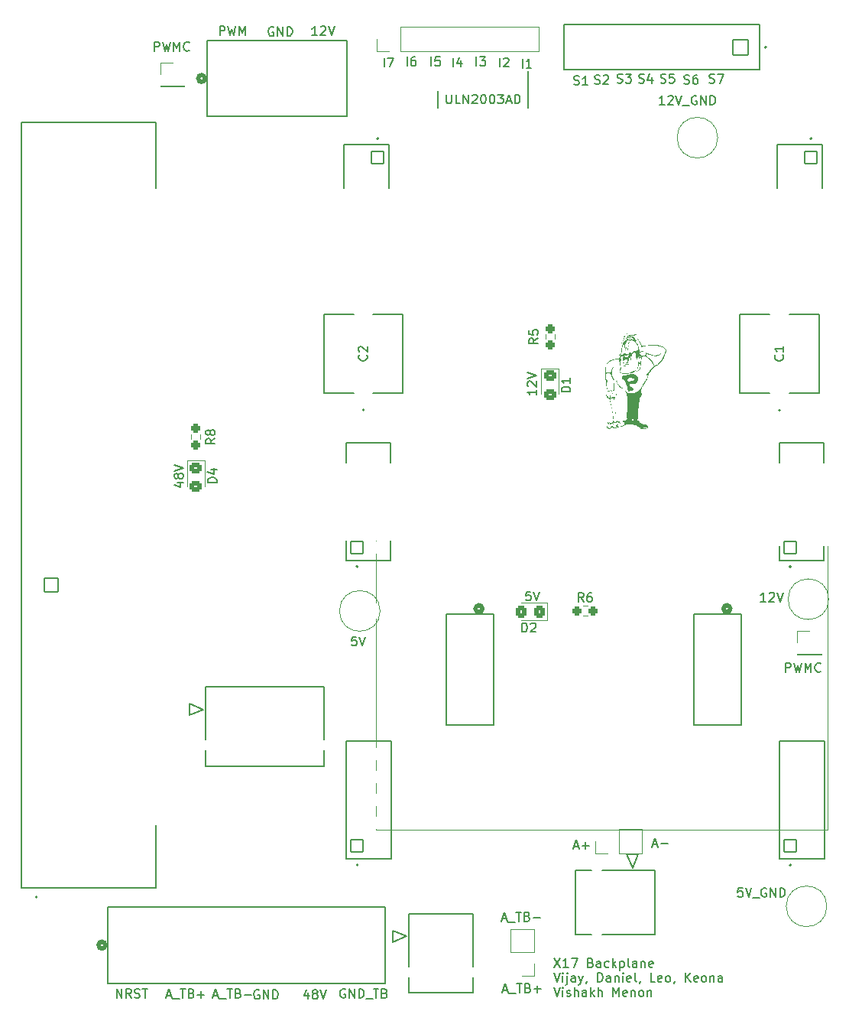
<source format=gto>
%TF.GenerationSoftware,KiCad,Pcbnew,8.0.4*%
%TF.CreationDate,2025-01-12T00:12:44-05:00*%
%TF.ProjectId,X17_Backplane,5831375f-4261-4636-9b70-6c616e652e6b,rev?*%
%TF.SameCoordinates,Original*%
%TF.FileFunction,Legend,Top*%
%TF.FilePolarity,Positive*%
%FSLAX46Y46*%
G04 Gerber Fmt 4.6, Leading zero omitted, Abs format (unit mm)*
G04 Created by KiCad (PCBNEW 8.0.4) date 2025-01-12 00:12:44*
%MOMM*%
%LPD*%
G01*
G04 APERTURE LIST*
G04 Aperture macros list*
%AMRoundRect*
0 Rectangle with rounded corners*
0 $1 Rounding radius*
0 $2 $3 $4 $5 $6 $7 $8 $9 X,Y pos of 4 corners*
0 Add a 4 corners polygon primitive as box body*
4,1,4,$2,$3,$4,$5,$6,$7,$8,$9,$2,$3,0*
0 Add four circle primitives for the rounded corners*
1,1,$1+$1,$2,$3*
1,1,$1+$1,$4,$5*
1,1,$1+$1,$6,$7*
1,1,$1+$1,$8,$9*
0 Add four rect primitives between the rounded corners*
20,1,$1+$1,$2,$3,$4,$5,0*
20,1,$1+$1,$4,$5,$6,$7,0*
20,1,$1+$1,$6,$7,$8,$9,0*
20,1,$1+$1,$8,$9,$2,$3,0*%
G04 Aperture macros list end*
%ADD10C,0.100000*%
%ADD11C,0.150000*%
%ADD12C,0.152400*%
%ADD13C,0.120000*%
%ADD14C,0.200000*%
%ADD15C,0.508000*%
%ADD16C,0.127000*%
%ADD17C,0.000000*%
%ADD18R,1.700000X1.700000*%
%ADD19O,1.700000X1.700000*%
%ADD20C,3.200000*%
%ADD21RoundRect,0.102000X-0.765000X0.765000X-0.765000X-0.765000X0.765000X-0.765000X0.765000X0.765000X0*%
%ADD22C,1.734000*%
%ADD23C,2.032000*%
%ADD24C,1.020000*%
%ADD25R,1.520000X1.520000*%
%ADD26C,1.520000*%
%ADD27RoundRect,0.237500X-0.250000X-0.237500X0.250000X-0.237500X0.250000X0.237500X-0.250000X0.237500X0*%
%ADD28C,4.000000*%
%ADD29RoundRect,0.102000X0.825000X0.825000X-0.825000X0.825000X-0.825000X-0.825000X0.825000X-0.825000X0*%
%ADD30C,1.854000*%
%ADD31RoundRect,0.250000X-0.450000X0.325000X-0.450000X-0.325000X0.450000X-0.325000X0.450000X0.325000X0*%
%ADD32R,1.498600X3.810000*%
%ADD33RoundRect,0.237500X0.237500X-0.250000X0.237500X0.250000X-0.237500X0.250000X-0.237500X-0.250000X0*%
%ADD34RoundRect,0.250000X0.325000X0.450000X-0.325000X0.450000X-0.325000X-0.450000X0.325000X-0.450000X0*%
%ADD35O,0.549999X1.250000*%
%ADD36C,1.270000*%
%ADD37C,1.594000*%
%ADD38RoundRect,0.102000X-0.695000X0.695000X-0.695000X-0.695000X0.695000X-0.695000X0.695000X0.695000X0*%
%ADD39RoundRect,0.102000X0.695000X-0.695000X0.695000X0.695000X-0.695000X0.695000X-0.695000X-0.695000X0*%
%ADD40C,3.810000*%
G04 APERTURE END LIST*
D10*
X131000050Y-97400000D02*
X180999950Y-97400000D01*
X180999950Y-130699400D01*
X131000050Y-130699400D01*
X131000050Y-97400000D01*
D11*
X127576190Y-148402438D02*
X127480952Y-148354819D01*
X127480952Y-148354819D02*
X127338095Y-148354819D01*
X127338095Y-148354819D02*
X127195238Y-148402438D01*
X127195238Y-148402438D02*
X127100000Y-148497676D01*
X127100000Y-148497676D02*
X127052381Y-148592914D01*
X127052381Y-148592914D02*
X127004762Y-148783390D01*
X127004762Y-148783390D02*
X127004762Y-148926247D01*
X127004762Y-148926247D02*
X127052381Y-149116723D01*
X127052381Y-149116723D02*
X127100000Y-149211961D01*
X127100000Y-149211961D02*
X127195238Y-149307200D01*
X127195238Y-149307200D02*
X127338095Y-149354819D01*
X127338095Y-149354819D02*
X127433333Y-149354819D01*
X127433333Y-149354819D02*
X127576190Y-149307200D01*
X127576190Y-149307200D02*
X127623809Y-149259580D01*
X127623809Y-149259580D02*
X127623809Y-148926247D01*
X127623809Y-148926247D02*
X127433333Y-148926247D01*
X128052381Y-149354819D02*
X128052381Y-148354819D01*
X128052381Y-148354819D02*
X128623809Y-149354819D01*
X128623809Y-149354819D02*
X128623809Y-148354819D01*
X129100000Y-149354819D02*
X129100000Y-148354819D01*
X129100000Y-148354819D02*
X129338095Y-148354819D01*
X129338095Y-148354819D02*
X129480952Y-148402438D01*
X129480952Y-148402438D02*
X129576190Y-148497676D01*
X129576190Y-148497676D02*
X129623809Y-148592914D01*
X129623809Y-148592914D02*
X129671428Y-148783390D01*
X129671428Y-148783390D02*
X129671428Y-148926247D01*
X129671428Y-148926247D02*
X129623809Y-149116723D01*
X129623809Y-149116723D02*
X129576190Y-149211961D01*
X129576190Y-149211961D02*
X129480952Y-149307200D01*
X129480952Y-149307200D02*
X129338095Y-149354819D01*
X129338095Y-149354819D02*
X129100000Y-149354819D01*
X129861905Y-149450057D02*
X130623809Y-149450057D01*
X130719048Y-148354819D02*
X131290476Y-148354819D01*
X131004762Y-149354819D02*
X131004762Y-148354819D01*
X131957143Y-148831009D02*
X132100000Y-148878628D01*
X132100000Y-148878628D02*
X132147619Y-148926247D01*
X132147619Y-148926247D02*
X132195238Y-149021485D01*
X132195238Y-149021485D02*
X132195238Y-149164342D01*
X132195238Y-149164342D02*
X132147619Y-149259580D01*
X132147619Y-149259580D02*
X132100000Y-149307200D01*
X132100000Y-149307200D02*
X132004762Y-149354819D01*
X132004762Y-149354819D02*
X131623810Y-149354819D01*
X131623810Y-149354819D02*
X131623810Y-148354819D01*
X131623810Y-148354819D02*
X131957143Y-148354819D01*
X131957143Y-148354819D02*
X132052381Y-148402438D01*
X132052381Y-148402438D02*
X132100000Y-148450057D01*
X132100000Y-148450057D02*
X132147619Y-148545295D01*
X132147619Y-148545295D02*
X132147619Y-148640533D01*
X132147619Y-148640533D02*
X132100000Y-148735771D01*
X132100000Y-148735771D02*
X132052381Y-148783390D01*
X132052381Y-148783390D02*
X131957143Y-148831009D01*
X131957143Y-148831009D02*
X131623810Y-148831009D01*
X144980952Y-140569104D02*
X145457142Y-140569104D01*
X144885714Y-140854819D02*
X145219047Y-139854819D01*
X145219047Y-139854819D02*
X145552380Y-140854819D01*
X145647619Y-140950057D02*
X146409523Y-140950057D01*
X146504762Y-139854819D02*
X147076190Y-139854819D01*
X146790476Y-140854819D02*
X146790476Y-139854819D01*
X147742857Y-140331009D02*
X147885714Y-140378628D01*
X147885714Y-140378628D02*
X147933333Y-140426247D01*
X147933333Y-140426247D02*
X147980952Y-140521485D01*
X147980952Y-140521485D02*
X147980952Y-140664342D01*
X147980952Y-140664342D02*
X147933333Y-140759580D01*
X147933333Y-140759580D02*
X147885714Y-140807200D01*
X147885714Y-140807200D02*
X147790476Y-140854819D01*
X147790476Y-140854819D02*
X147409524Y-140854819D01*
X147409524Y-140854819D02*
X147409524Y-139854819D01*
X147409524Y-139854819D02*
X147742857Y-139854819D01*
X147742857Y-139854819D02*
X147838095Y-139902438D01*
X147838095Y-139902438D02*
X147885714Y-139950057D01*
X147885714Y-139950057D02*
X147933333Y-140045295D01*
X147933333Y-140045295D02*
X147933333Y-140140533D01*
X147933333Y-140140533D02*
X147885714Y-140235771D01*
X147885714Y-140235771D02*
X147838095Y-140283390D01*
X147838095Y-140283390D02*
X147742857Y-140331009D01*
X147742857Y-140331009D02*
X147409524Y-140331009D01*
X148409524Y-140473866D02*
X149171429Y-140473866D01*
X174180952Y-105454819D02*
X173609524Y-105454819D01*
X173895238Y-105454819D02*
X173895238Y-104454819D01*
X173895238Y-104454819D02*
X173800000Y-104597676D01*
X173800000Y-104597676D02*
X173704762Y-104692914D01*
X173704762Y-104692914D02*
X173609524Y-104740533D01*
X174561905Y-104550057D02*
X174609524Y-104502438D01*
X174609524Y-104502438D02*
X174704762Y-104454819D01*
X174704762Y-104454819D02*
X174942857Y-104454819D01*
X174942857Y-104454819D02*
X175038095Y-104502438D01*
X175038095Y-104502438D02*
X175085714Y-104550057D01*
X175085714Y-104550057D02*
X175133333Y-104645295D01*
X175133333Y-104645295D02*
X175133333Y-104740533D01*
X175133333Y-104740533D02*
X175085714Y-104883390D01*
X175085714Y-104883390D02*
X174514286Y-105454819D01*
X174514286Y-105454819D02*
X175133333Y-105454819D01*
X175419048Y-104454819D02*
X175752381Y-105454819D01*
X175752381Y-105454819D02*
X176085714Y-104454819D01*
X147223810Y-46354819D02*
X147223810Y-45354819D01*
X148223809Y-46354819D02*
X147652381Y-46354819D01*
X147938095Y-46354819D02*
X147938095Y-45354819D01*
X147938095Y-45354819D02*
X147842857Y-45497676D01*
X147842857Y-45497676D02*
X147747619Y-45592914D01*
X147747619Y-45592914D02*
X147652381Y-45640533D01*
X142123810Y-46154819D02*
X142123810Y-45154819D01*
X142504762Y-45154819D02*
X143123809Y-45154819D01*
X143123809Y-45154819D02*
X142790476Y-45535771D01*
X142790476Y-45535771D02*
X142933333Y-45535771D01*
X142933333Y-45535771D02*
X143028571Y-45583390D01*
X143028571Y-45583390D02*
X143076190Y-45631009D01*
X143076190Y-45631009D02*
X143123809Y-45726247D01*
X143123809Y-45726247D02*
X143123809Y-45964342D01*
X143123809Y-45964342D02*
X143076190Y-46059580D01*
X143076190Y-46059580D02*
X143028571Y-46107200D01*
X143028571Y-46107200D02*
X142933333Y-46154819D01*
X142933333Y-46154819D02*
X142647619Y-46154819D01*
X142647619Y-46154819D02*
X142552381Y-46107200D01*
X142552381Y-46107200D02*
X142504762Y-46059580D01*
X155238095Y-48107200D02*
X155380952Y-48154819D01*
X155380952Y-48154819D02*
X155619047Y-48154819D01*
X155619047Y-48154819D02*
X155714285Y-48107200D01*
X155714285Y-48107200D02*
X155761904Y-48059580D01*
X155761904Y-48059580D02*
X155809523Y-47964342D01*
X155809523Y-47964342D02*
X155809523Y-47869104D01*
X155809523Y-47869104D02*
X155761904Y-47773866D01*
X155761904Y-47773866D02*
X155714285Y-47726247D01*
X155714285Y-47726247D02*
X155619047Y-47678628D01*
X155619047Y-47678628D02*
X155428571Y-47631009D01*
X155428571Y-47631009D02*
X155333333Y-47583390D01*
X155333333Y-47583390D02*
X155285714Y-47535771D01*
X155285714Y-47535771D02*
X155238095Y-47440533D01*
X155238095Y-47440533D02*
X155238095Y-47345295D01*
X155238095Y-47345295D02*
X155285714Y-47250057D01*
X155285714Y-47250057D02*
X155333333Y-47202438D01*
X155333333Y-47202438D02*
X155428571Y-47154819D01*
X155428571Y-47154819D02*
X155666666Y-47154819D01*
X155666666Y-47154819D02*
X155809523Y-47202438D01*
X156190476Y-47250057D02*
X156238095Y-47202438D01*
X156238095Y-47202438D02*
X156333333Y-47154819D01*
X156333333Y-47154819D02*
X156571428Y-47154819D01*
X156571428Y-47154819D02*
X156666666Y-47202438D01*
X156666666Y-47202438D02*
X156714285Y-47250057D01*
X156714285Y-47250057D02*
X156761904Y-47345295D01*
X156761904Y-47345295D02*
X156761904Y-47440533D01*
X156761904Y-47440533D02*
X156714285Y-47583390D01*
X156714285Y-47583390D02*
X156142857Y-48154819D01*
X156142857Y-48154819D02*
X156761904Y-48154819D01*
X128809523Y-109354819D02*
X128333333Y-109354819D01*
X128333333Y-109354819D02*
X128285714Y-109831009D01*
X128285714Y-109831009D02*
X128333333Y-109783390D01*
X128333333Y-109783390D02*
X128428571Y-109735771D01*
X128428571Y-109735771D02*
X128666666Y-109735771D01*
X128666666Y-109735771D02*
X128761904Y-109783390D01*
X128761904Y-109783390D02*
X128809523Y-109831009D01*
X128809523Y-109831009D02*
X128857142Y-109926247D01*
X128857142Y-109926247D02*
X128857142Y-110164342D01*
X128857142Y-110164342D02*
X128809523Y-110259580D01*
X128809523Y-110259580D02*
X128761904Y-110307200D01*
X128761904Y-110307200D02*
X128666666Y-110354819D01*
X128666666Y-110354819D02*
X128428571Y-110354819D01*
X128428571Y-110354819D02*
X128333333Y-110307200D01*
X128333333Y-110307200D02*
X128285714Y-110259580D01*
X129142857Y-109354819D02*
X129476190Y-110354819D01*
X129476190Y-110354819D02*
X129809523Y-109354819D01*
X171604761Y-137154819D02*
X171128571Y-137154819D01*
X171128571Y-137154819D02*
X171080952Y-137631009D01*
X171080952Y-137631009D02*
X171128571Y-137583390D01*
X171128571Y-137583390D02*
X171223809Y-137535771D01*
X171223809Y-137535771D02*
X171461904Y-137535771D01*
X171461904Y-137535771D02*
X171557142Y-137583390D01*
X171557142Y-137583390D02*
X171604761Y-137631009D01*
X171604761Y-137631009D02*
X171652380Y-137726247D01*
X171652380Y-137726247D02*
X171652380Y-137964342D01*
X171652380Y-137964342D02*
X171604761Y-138059580D01*
X171604761Y-138059580D02*
X171557142Y-138107200D01*
X171557142Y-138107200D02*
X171461904Y-138154819D01*
X171461904Y-138154819D02*
X171223809Y-138154819D01*
X171223809Y-138154819D02*
X171128571Y-138107200D01*
X171128571Y-138107200D02*
X171080952Y-138059580D01*
X171938095Y-137154819D02*
X172271428Y-138154819D01*
X172271428Y-138154819D02*
X172604761Y-137154819D01*
X172700000Y-138250057D02*
X173461904Y-138250057D01*
X174223809Y-137202438D02*
X174128571Y-137154819D01*
X174128571Y-137154819D02*
X173985714Y-137154819D01*
X173985714Y-137154819D02*
X173842857Y-137202438D01*
X173842857Y-137202438D02*
X173747619Y-137297676D01*
X173747619Y-137297676D02*
X173700000Y-137392914D01*
X173700000Y-137392914D02*
X173652381Y-137583390D01*
X173652381Y-137583390D02*
X173652381Y-137726247D01*
X173652381Y-137726247D02*
X173700000Y-137916723D01*
X173700000Y-137916723D02*
X173747619Y-138011961D01*
X173747619Y-138011961D02*
X173842857Y-138107200D01*
X173842857Y-138107200D02*
X173985714Y-138154819D01*
X173985714Y-138154819D02*
X174080952Y-138154819D01*
X174080952Y-138154819D02*
X174223809Y-138107200D01*
X174223809Y-138107200D02*
X174271428Y-138059580D01*
X174271428Y-138059580D02*
X174271428Y-137726247D01*
X174271428Y-137726247D02*
X174080952Y-137726247D01*
X174700000Y-138154819D02*
X174700000Y-137154819D01*
X174700000Y-137154819D02*
X175271428Y-138154819D01*
X175271428Y-138154819D02*
X175271428Y-137154819D01*
X175747619Y-138154819D02*
X175747619Y-137154819D01*
X175747619Y-137154819D02*
X175985714Y-137154819D01*
X175985714Y-137154819D02*
X176128571Y-137202438D01*
X176128571Y-137202438D02*
X176223809Y-137297676D01*
X176223809Y-137297676D02*
X176271428Y-137392914D01*
X176271428Y-137392914D02*
X176319047Y-137583390D01*
X176319047Y-137583390D02*
X176319047Y-137726247D01*
X176319047Y-137726247D02*
X176271428Y-137916723D01*
X176271428Y-137916723D02*
X176223809Y-138011961D01*
X176223809Y-138011961D02*
X176128571Y-138107200D01*
X176128571Y-138107200D02*
X175985714Y-138154819D01*
X175985714Y-138154819D02*
X175747619Y-138154819D01*
X108988152Y-92314285D02*
X109654819Y-92314285D01*
X108607200Y-92552380D02*
X109321485Y-92790475D01*
X109321485Y-92790475D02*
X109321485Y-92171428D01*
X109083390Y-91647618D02*
X109035771Y-91742856D01*
X109035771Y-91742856D02*
X108988152Y-91790475D01*
X108988152Y-91790475D02*
X108892914Y-91838094D01*
X108892914Y-91838094D02*
X108845295Y-91838094D01*
X108845295Y-91838094D02*
X108750057Y-91790475D01*
X108750057Y-91790475D02*
X108702438Y-91742856D01*
X108702438Y-91742856D02*
X108654819Y-91647618D01*
X108654819Y-91647618D02*
X108654819Y-91457142D01*
X108654819Y-91457142D02*
X108702438Y-91361904D01*
X108702438Y-91361904D02*
X108750057Y-91314285D01*
X108750057Y-91314285D02*
X108845295Y-91266666D01*
X108845295Y-91266666D02*
X108892914Y-91266666D01*
X108892914Y-91266666D02*
X108988152Y-91314285D01*
X108988152Y-91314285D02*
X109035771Y-91361904D01*
X109035771Y-91361904D02*
X109083390Y-91457142D01*
X109083390Y-91457142D02*
X109083390Y-91647618D01*
X109083390Y-91647618D02*
X109131009Y-91742856D01*
X109131009Y-91742856D02*
X109178628Y-91790475D01*
X109178628Y-91790475D02*
X109273866Y-91838094D01*
X109273866Y-91838094D02*
X109464342Y-91838094D01*
X109464342Y-91838094D02*
X109559580Y-91790475D01*
X109559580Y-91790475D02*
X109607200Y-91742856D01*
X109607200Y-91742856D02*
X109654819Y-91647618D01*
X109654819Y-91647618D02*
X109654819Y-91457142D01*
X109654819Y-91457142D02*
X109607200Y-91361904D01*
X109607200Y-91361904D02*
X109559580Y-91314285D01*
X109559580Y-91314285D02*
X109464342Y-91266666D01*
X109464342Y-91266666D02*
X109273866Y-91266666D01*
X109273866Y-91266666D02*
X109178628Y-91314285D01*
X109178628Y-91314285D02*
X109131009Y-91361904D01*
X109131009Y-91361904D02*
X109083390Y-91457142D01*
X108654819Y-90980951D02*
X109654819Y-90647618D01*
X109654819Y-90647618D02*
X108654819Y-90314285D01*
X157738095Y-48007200D02*
X157880952Y-48054819D01*
X157880952Y-48054819D02*
X158119047Y-48054819D01*
X158119047Y-48054819D02*
X158214285Y-48007200D01*
X158214285Y-48007200D02*
X158261904Y-47959580D01*
X158261904Y-47959580D02*
X158309523Y-47864342D01*
X158309523Y-47864342D02*
X158309523Y-47769104D01*
X158309523Y-47769104D02*
X158261904Y-47673866D01*
X158261904Y-47673866D02*
X158214285Y-47626247D01*
X158214285Y-47626247D02*
X158119047Y-47578628D01*
X158119047Y-47578628D02*
X157928571Y-47531009D01*
X157928571Y-47531009D02*
X157833333Y-47483390D01*
X157833333Y-47483390D02*
X157785714Y-47435771D01*
X157785714Y-47435771D02*
X157738095Y-47340533D01*
X157738095Y-47340533D02*
X157738095Y-47245295D01*
X157738095Y-47245295D02*
X157785714Y-47150057D01*
X157785714Y-47150057D02*
X157833333Y-47102438D01*
X157833333Y-47102438D02*
X157928571Y-47054819D01*
X157928571Y-47054819D02*
X158166666Y-47054819D01*
X158166666Y-47054819D02*
X158309523Y-47102438D01*
X158642857Y-47054819D02*
X159261904Y-47054819D01*
X159261904Y-47054819D02*
X158928571Y-47435771D01*
X158928571Y-47435771D02*
X159071428Y-47435771D01*
X159071428Y-47435771D02*
X159166666Y-47483390D01*
X159166666Y-47483390D02*
X159214285Y-47531009D01*
X159214285Y-47531009D02*
X159261904Y-47626247D01*
X159261904Y-47626247D02*
X159261904Y-47864342D01*
X159261904Y-47864342D02*
X159214285Y-47959580D01*
X159214285Y-47959580D02*
X159166666Y-48007200D01*
X159166666Y-48007200D02*
X159071428Y-48054819D01*
X159071428Y-48054819D02*
X158785714Y-48054819D01*
X158785714Y-48054819D02*
X158690476Y-48007200D01*
X158690476Y-48007200D02*
X158642857Y-47959580D01*
X106445238Y-44504819D02*
X106445238Y-43504819D01*
X106445238Y-43504819D02*
X106826190Y-43504819D01*
X106826190Y-43504819D02*
X106921428Y-43552438D01*
X106921428Y-43552438D02*
X106969047Y-43600057D01*
X106969047Y-43600057D02*
X107016666Y-43695295D01*
X107016666Y-43695295D02*
X107016666Y-43838152D01*
X107016666Y-43838152D02*
X106969047Y-43933390D01*
X106969047Y-43933390D02*
X106921428Y-43981009D01*
X106921428Y-43981009D02*
X106826190Y-44028628D01*
X106826190Y-44028628D02*
X106445238Y-44028628D01*
X107350000Y-43504819D02*
X107588095Y-44504819D01*
X107588095Y-44504819D02*
X107778571Y-43790533D01*
X107778571Y-43790533D02*
X107969047Y-44504819D01*
X107969047Y-44504819D02*
X108207143Y-43504819D01*
X108588095Y-44504819D02*
X108588095Y-43504819D01*
X108588095Y-43504819D02*
X108921428Y-44219104D01*
X108921428Y-44219104D02*
X109254761Y-43504819D01*
X109254761Y-43504819D02*
X109254761Y-44504819D01*
X110302380Y-44409580D02*
X110254761Y-44457200D01*
X110254761Y-44457200D02*
X110111904Y-44504819D01*
X110111904Y-44504819D02*
X110016666Y-44504819D01*
X110016666Y-44504819D02*
X109873809Y-44457200D01*
X109873809Y-44457200D02*
X109778571Y-44361961D01*
X109778571Y-44361961D02*
X109730952Y-44266723D01*
X109730952Y-44266723D02*
X109683333Y-44076247D01*
X109683333Y-44076247D02*
X109683333Y-43933390D01*
X109683333Y-43933390D02*
X109730952Y-43742914D01*
X109730952Y-43742914D02*
X109778571Y-43647676D01*
X109778571Y-43647676D02*
X109873809Y-43552438D01*
X109873809Y-43552438D02*
X110016666Y-43504819D01*
X110016666Y-43504819D02*
X110111904Y-43504819D01*
X110111904Y-43504819D02*
X110254761Y-43552438D01*
X110254761Y-43552438D02*
X110302380Y-43600057D01*
X119638095Y-41902438D02*
X119542857Y-41854819D01*
X119542857Y-41854819D02*
X119400000Y-41854819D01*
X119400000Y-41854819D02*
X119257143Y-41902438D01*
X119257143Y-41902438D02*
X119161905Y-41997676D01*
X119161905Y-41997676D02*
X119114286Y-42092914D01*
X119114286Y-42092914D02*
X119066667Y-42283390D01*
X119066667Y-42283390D02*
X119066667Y-42426247D01*
X119066667Y-42426247D02*
X119114286Y-42616723D01*
X119114286Y-42616723D02*
X119161905Y-42711961D01*
X119161905Y-42711961D02*
X119257143Y-42807200D01*
X119257143Y-42807200D02*
X119400000Y-42854819D01*
X119400000Y-42854819D02*
X119495238Y-42854819D01*
X119495238Y-42854819D02*
X119638095Y-42807200D01*
X119638095Y-42807200D02*
X119685714Y-42759580D01*
X119685714Y-42759580D02*
X119685714Y-42426247D01*
X119685714Y-42426247D02*
X119495238Y-42426247D01*
X120114286Y-42854819D02*
X120114286Y-41854819D01*
X120114286Y-41854819D02*
X120685714Y-42854819D01*
X120685714Y-42854819D02*
X120685714Y-41854819D01*
X121161905Y-42854819D02*
X121161905Y-41854819D01*
X121161905Y-41854819D02*
X121400000Y-41854819D01*
X121400000Y-41854819D02*
X121542857Y-41902438D01*
X121542857Y-41902438D02*
X121638095Y-41997676D01*
X121638095Y-41997676D02*
X121685714Y-42092914D01*
X121685714Y-42092914D02*
X121733333Y-42283390D01*
X121733333Y-42283390D02*
X121733333Y-42426247D01*
X121733333Y-42426247D02*
X121685714Y-42616723D01*
X121685714Y-42616723D02*
X121638095Y-42711961D01*
X121638095Y-42711961D02*
X121542857Y-42807200D01*
X121542857Y-42807200D02*
X121400000Y-42854819D01*
X121400000Y-42854819D02*
X121161905Y-42854819D01*
X124480952Y-42754819D02*
X123909524Y-42754819D01*
X124195238Y-42754819D02*
X124195238Y-41754819D01*
X124195238Y-41754819D02*
X124100000Y-41897676D01*
X124100000Y-41897676D02*
X124004762Y-41992914D01*
X124004762Y-41992914D02*
X123909524Y-42040533D01*
X124861905Y-41850057D02*
X124909524Y-41802438D01*
X124909524Y-41802438D02*
X125004762Y-41754819D01*
X125004762Y-41754819D02*
X125242857Y-41754819D01*
X125242857Y-41754819D02*
X125338095Y-41802438D01*
X125338095Y-41802438D02*
X125385714Y-41850057D01*
X125385714Y-41850057D02*
X125433333Y-41945295D01*
X125433333Y-41945295D02*
X125433333Y-42040533D01*
X125433333Y-42040533D02*
X125385714Y-42183390D01*
X125385714Y-42183390D02*
X124814286Y-42754819D01*
X124814286Y-42754819D02*
X125433333Y-42754819D01*
X125719048Y-41754819D02*
X126052381Y-42754819D01*
X126052381Y-42754819D02*
X126385714Y-41754819D01*
X152938095Y-48207200D02*
X153080952Y-48254819D01*
X153080952Y-48254819D02*
X153319047Y-48254819D01*
X153319047Y-48254819D02*
X153414285Y-48207200D01*
X153414285Y-48207200D02*
X153461904Y-48159580D01*
X153461904Y-48159580D02*
X153509523Y-48064342D01*
X153509523Y-48064342D02*
X153509523Y-47969104D01*
X153509523Y-47969104D02*
X153461904Y-47873866D01*
X153461904Y-47873866D02*
X153414285Y-47826247D01*
X153414285Y-47826247D02*
X153319047Y-47778628D01*
X153319047Y-47778628D02*
X153128571Y-47731009D01*
X153128571Y-47731009D02*
X153033333Y-47683390D01*
X153033333Y-47683390D02*
X152985714Y-47635771D01*
X152985714Y-47635771D02*
X152938095Y-47540533D01*
X152938095Y-47540533D02*
X152938095Y-47445295D01*
X152938095Y-47445295D02*
X152985714Y-47350057D01*
X152985714Y-47350057D02*
X153033333Y-47302438D01*
X153033333Y-47302438D02*
X153128571Y-47254819D01*
X153128571Y-47254819D02*
X153366666Y-47254819D01*
X153366666Y-47254819D02*
X153509523Y-47302438D01*
X154461904Y-48254819D02*
X153890476Y-48254819D01*
X154176190Y-48254819D02*
X154176190Y-47254819D01*
X154176190Y-47254819D02*
X154080952Y-47397676D01*
X154080952Y-47397676D02*
X153985714Y-47492914D01*
X153985714Y-47492914D02*
X153890476Y-47540533D01*
X134423810Y-46154819D02*
X134423810Y-45154819D01*
X135328571Y-45154819D02*
X135138095Y-45154819D01*
X135138095Y-45154819D02*
X135042857Y-45202438D01*
X135042857Y-45202438D02*
X134995238Y-45250057D01*
X134995238Y-45250057D02*
X134900000Y-45392914D01*
X134900000Y-45392914D02*
X134852381Y-45583390D01*
X134852381Y-45583390D02*
X134852381Y-45964342D01*
X134852381Y-45964342D02*
X134900000Y-46059580D01*
X134900000Y-46059580D02*
X134947619Y-46107200D01*
X134947619Y-46107200D02*
X135042857Y-46154819D01*
X135042857Y-46154819D02*
X135233333Y-46154819D01*
X135233333Y-46154819D02*
X135328571Y-46107200D01*
X135328571Y-46107200D02*
X135376190Y-46059580D01*
X135376190Y-46059580D02*
X135423809Y-45964342D01*
X135423809Y-45964342D02*
X135423809Y-45726247D01*
X135423809Y-45726247D02*
X135376190Y-45631009D01*
X135376190Y-45631009D02*
X135328571Y-45583390D01*
X135328571Y-45583390D02*
X135233333Y-45535771D01*
X135233333Y-45535771D02*
X135042857Y-45535771D01*
X135042857Y-45535771D02*
X134947619Y-45583390D01*
X134947619Y-45583390D02*
X134900000Y-45631009D01*
X134900000Y-45631009D02*
X134852381Y-45726247D01*
X131923810Y-46254819D02*
X131923810Y-45254819D01*
X132304762Y-45254819D02*
X132971428Y-45254819D01*
X132971428Y-45254819D02*
X132542857Y-46254819D01*
X162538095Y-48007200D02*
X162680952Y-48054819D01*
X162680952Y-48054819D02*
X162919047Y-48054819D01*
X162919047Y-48054819D02*
X163014285Y-48007200D01*
X163014285Y-48007200D02*
X163061904Y-47959580D01*
X163061904Y-47959580D02*
X163109523Y-47864342D01*
X163109523Y-47864342D02*
X163109523Y-47769104D01*
X163109523Y-47769104D02*
X163061904Y-47673866D01*
X163061904Y-47673866D02*
X163014285Y-47626247D01*
X163014285Y-47626247D02*
X162919047Y-47578628D01*
X162919047Y-47578628D02*
X162728571Y-47531009D01*
X162728571Y-47531009D02*
X162633333Y-47483390D01*
X162633333Y-47483390D02*
X162585714Y-47435771D01*
X162585714Y-47435771D02*
X162538095Y-47340533D01*
X162538095Y-47340533D02*
X162538095Y-47245295D01*
X162538095Y-47245295D02*
X162585714Y-47150057D01*
X162585714Y-47150057D02*
X162633333Y-47102438D01*
X162633333Y-47102438D02*
X162728571Y-47054819D01*
X162728571Y-47054819D02*
X162966666Y-47054819D01*
X162966666Y-47054819D02*
X163109523Y-47102438D01*
X164014285Y-47054819D02*
X163538095Y-47054819D01*
X163538095Y-47054819D02*
X163490476Y-47531009D01*
X163490476Y-47531009D02*
X163538095Y-47483390D01*
X163538095Y-47483390D02*
X163633333Y-47435771D01*
X163633333Y-47435771D02*
X163871428Y-47435771D01*
X163871428Y-47435771D02*
X163966666Y-47483390D01*
X163966666Y-47483390D02*
X164014285Y-47531009D01*
X164014285Y-47531009D02*
X164061904Y-47626247D01*
X164061904Y-47626247D02*
X164061904Y-47864342D01*
X164061904Y-47864342D02*
X164014285Y-47959580D01*
X164014285Y-47959580D02*
X163966666Y-48007200D01*
X163966666Y-48007200D02*
X163871428Y-48054819D01*
X163871428Y-48054819D02*
X163633333Y-48054819D01*
X163633333Y-48054819D02*
X163538095Y-48007200D01*
X163538095Y-48007200D02*
X163490476Y-47959580D01*
X112980952Y-149069104D02*
X113457142Y-149069104D01*
X112885714Y-149354819D02*
X113219047Y-148354819D01*
X113219047Y-148354819D02*
X113552380Y-149354819D01*
X113647619Y-149450057D02*
X114409523Y-149450057D01*
X114504762Y-148354819D02*
X115076190Y-148354819D01*
X114790476Y-149354819D02*
X114790476Y-148354819D01*
X115742857Y-148831009D02*
X115885714Y-148878628D01*
X115885714Y-148878628D02*
X115933333Y-148926247D01*
X115933333Y-148926247D02*
X115980952Y-149021485D01*
X115980952Y-149021485D02*
X115980952Y-149164342D01*
X115980952Y-149164342D02*
X115933333Y-149259580D01*
X115933333Y-149259580D02*
X115885714Y-149307200D01*
X115885714Y-149307200D02*
X115790476Y-149354819D01*
X115790476Y-149354819D02*
X115409524Y-149354819D01*
X115409524Y-149354819D02*
X115409524Y-148354819D01*
X115409524Y-148354819D02*
X115742857Y-148354819D01*
X115742857Y-148354819D02*
X115838095Y-148402438D01*
X115838095Y-148402438D02*
X115885714Y-148450057D01*
X115885714Y-148450057D02*
X115933333Y-148545295D01*
X115933333Y-148545295D02*
X115933333Y-148640533D01*
X115933333Y-148640533D02*
X115885714Y-148735771D01*
X115885714Y-148735771D02*
X115838095Y-148783390D01*
X115838095Y-148783390D02*
X115742857Y-148831009D01*
X115742857Y-148831009D02*
X115409524Y-148831009D01*
X116409524Y-148973866D02*
X117171429Y-148973866D01*
D12*
X150743120Y-144949806D02*
X151409786Y-145949806D01*
X151409786Y-144949806D02*
X150743120Y-145949806D01*
X152314548Y-145949806D02*
X151743120Y-145949806D01*
X152028834Y-145949806D02*
X152028834Y-144949806D01*
X152028834Y-144949806D02*
X151933596Y-145092663D01*
X151933596Y-145092663D02*
X151838358Y-145187901D01*
X151838358Y-145187901D02*
X151743120Y-145235520D01*
X152647882Y-144949806D02*
X153314548Y-144949806D01*
X153314548Y-144949806D02*
X152885977Y-145949806D01*
X154790739Y-145425996D02*
X154933596Y-145473615D01*
X154933596Y-145473615D02*
X154981215Y-145521234D01*
X154981215Y-145521234D02*
X155028834Y-145616472D01*
X155028834Y-145616472D02*
X155028834Y-145759329D01*
X155028834Y-145759329D02*
X154981215Y-145854567D01*
X154981215Y-145854567D02*
X154933596Y-145902187D01*
X154933596Y-145902187D02*
X154838358Y-145949806D01*
X154838358Y-145949806D02*
X154457406Y-145949806D01*
X154457406Y-145949806D02*
X154457406Y-144949806D01*
X154457406Y-144949806D02*
X154790739Y-144949806D01*
X154790739Y-144949806D02*
X154885977Y-144997425D01*
X154885977Y-144997425D02*
X154933596Y-145045044D01*
X154933596Y-145045044D02*
X154981215Y-145140282D01*
X154981215Y-145140282D02*
X154981215Y-145235520D01*
X154981215Y-145235520D02*
X154933596Y-145330758D01*
X154933596Y-145330758D02*
X154885977Y-145378377D01*
X154885977Y-145378377D02*
X154790739Y-145425996D01*
X154790739Y-145425996D02*
X154457406Y-145425996D01*
X155885977Y-145949806D02*
X155885977Y-145425996D01*
X155885977Y-145425996D02*
X155838358Y-145330758D01*
X155838358Y-145330758D02*
X155743120Y-145283139D01*
X155743120Y-145283139D02*
X155552644Y-145283139D01*
X155552644Y-145283139D02*
X155457406Y-145330758D01*
X155885977Y-145902187D02*
X155790739Y-145949806D01*
X155790739Y-145949806D02*
X155552644Y-145949806D01*
X155552644Y-145949806D02*
X155457406Y-145902187D01*
X155457406Y-145902187D02*
X155409787Y-145806948D01*
X155409787Y-145806948D02*
X155409787Y-145711710D01*
X155409787Y-145711710D02*
X155457406Y-145616472D01*
X155457406Y-145616472D02*
X155552644Y-145568853D01*
X155552644Y-145568853D02*
X155790739Y-145568853D01*
X155790739Y-145568853D02*
X155885977Y-145521234D01*
X156790739Y-145902187D02*
X156695501Y-145949806D01*
X156695501Y-145949806D02*
X156505025Y-145949806D01*
X156505025Y-145949806D02*
X156409787Y-145902187D01*
X156409787Y-145902187D02*
X156362168Y-145854567D01*
X156362168Y-145854567D02*
X156314549Y-145759329D01*
X156314549Y-145759329D02*
X156314549Y-145473615D01*
X156314549Y-145473615D02*
X156362168Y-145378377D01*
X156362168Y-145378377D02*
X156409787Y-145330758D01*
X156409787Y-145330758D02*
X156505025Y-145283139D01*
X156505025Y-145283139D02*
X156695501Y-145283139D01*
X156695501Y-145283139D02*
X156790739Y-145330758D01*
X157219311Y-145949806D02*
X157219311Y-144949806D01*
X157314549Y-145568853D02*
X157600263Y-145949806D01*
X157600263Y-145283139D02*
X157219311Y-145664091D01*
X158028835Y-145283139D02*
X158028835Y-146283139D01*
X158028835Y-145330758D02*
X158124073Y-145283139D01*
X158124073Y-145283139D02*
X158314549Y-145283139D01*
X158314549Y-145283139D02*
X158409787Y-145330758D01*
X158409787Y-145330758D02*
X158457406Y-145378377D01*
X158457406Y-145378377D02*
X158505025Y-145473615D01*
X158505025Y-145473615D02*
X158505025Y-145759329D01*
X158505025Y-145759329D02*
X158457406Y-145854567D01*
X158457406Y-145854567D02*
X158409787Y-145902187D01*
X158409787Y-145902187D02*
X158314549Y-145949806D01*
X158314549Y-145949806D02*
X158124073Y-145949806D01*
X158124073Y-145949806D02*
X158028835Y-145902187D01*
X159076454Y-145949806D02*
X158981216Y-145902187D01*
X158981216Y-145902187D02*
X158933597Y-145806948D01*
X158933597Y-145806948D02*
X158933597Y-144949806D01*
X159885978Y-145949806D02*
X159885978Y-145425996D01*
X159885978Y-145425996D02*
X159838359Y-145330758D01*
X159838359Y-145330758D02*
X159743121Y-145283139D01*
X159743121Y-145283139D02*
X159552645Y-145283139D01*
X159552645Y-145283139D02*
X159457407Y-145330758D01*
X159885978Y-145902187D02*
X159790740Y-145949806D01*
X159790740Y-145949806D02*
X159552645Y-145949806D01*
X159552645Y-145949806D02*
X159457407Y-145902187D01*
X159457407Y-145902187D02*
X159409788Y-145806948D01*
X159409788Y-145806948D02*
X159409788Y-145711710D01*
X159409788Y-145711710D02*
X159457407Y-145616472D01*
X159457407Y-145616472D02*
X159552645Y-145568853D01*
X159552645Y-145568853D02*
X159790740Y-145568853D01*
X159790740Y-145568853D02*
X159885978Y-145521234D01*
X160362169Y-145283139D02*
X160362169Y-145949806D01*
X160362169Y-145378377D02*
X160409788Y-145330758D01*
X160409788Y-145330758D02*
X160505026Y-145283139D01*
X160505026Y-145283139D02*
X160647883Y-145283139D01*
X160647883Y-145283139D02*
X160743121Y-145330758D01*
X160743121Y-145330758D02*
X160790740Y-145425996D01*
X160790740Y-145425996D02*
X160790740Y-145949806D01*
X161647883Y-145902187D02*
X161552645Y-145949806D01*
X161552645Y-145949806D02*
X161362169Y-145949806D01*
X161362169Y-145949806D02*
X161266931Y-145902187D01*
X161266931Y-145902187D02*
X161219312Y-145806948D01*
X161219312Y-145806948D02*
X161219312Y-145425996D01*
X161219312Y-145425996D02*
X161266931Y-145330758D01*
X161266931Y-145330758D02*
X161362169Y-145283139D01*
X161362169Y-145283139D02*
X161552645Y-145283139D01*
X161552645Y-145283139D02*
X161647883Y-145330758D01*
X161647883Y-145330758D02*
X161695502Y-145425996D01*
X161695502Y-145425996D02*
X161695502Y-145521234D01*
X161695502Y-145521234D02*
X161219312Y-145616472D01*
X150695501Y-146559750D02*
X151028834Y-147559750D01*
X151028834Y-147559750D02*
X151362167Y-146559750D01*
X151695501Y-147559750D02*
X151695501Y-146893083D01*
X151695501Y-146559750D02*
X151647882Y-146607369D01*
X151647882Y-146607369D02*
X151695501Y-146654988D01*
X151695501Y-146654988D02*
X151743120Y-146607369D01*
X151743120Y-146607369D02*
X151695501Y-146559750D01*
X151695501Y-146559750D02*
X151695501Y-146654988D01*
X152171691Y-146893083D02*
X152171691Y-147750226D01*
X152171691Y-147750226D02*
X152124072Y-147845464D01*
X152124072Y-147845464D02*
X152028834Y-147893083D01*
X152028834Y-147893083D02*
X151981215Y-147893083D01*
X152171691Y-146559750D02*
X152124072Y-146607369D01*
X152124072Y-146607369D02*
X152171691Y-146654988D01*
X152171691Y-146654988D02*
X152219310Y-146607369D01*
X152219310Y-146607369D02*
X152171691Y-146559750D01*
X152171691Y-146559750D02*
X152171691Y-146654988D01*
X153076452Y-147559750D02*
X153076452Y-147035940D01*
X153076452Y-147035940D02*
X153028833Y-146940702D01*
X153028833Y-146940702D02*
X152933595Y-146893083D01*
X152933595Y-146893083D02*
X152743119Y-146893083D01*
X152743119Y-146893083D02*
X152647881Y-146940702D01*
X153076452Y-147512131D02*
X152981214Y-147559750D01*
X152981214Y-147559750D02*
X152743119Y-147559750D01*
X152743119Y-147559750D02*
X152647881Y-147512131D01*
X152647881Y-147512131D02*
X152600262Y-147416892D01*
X152600262Y-147416892D02*
X152600262Y-147321654D01*
X152600262Y-147321654D02*
X152647881Y-147226416D01*
X152647881Y-147226416D02*
X152743119Y-147178797D01*
X152743119Y-147178797D02*
X152981214Y-147178797D01*
X152981214Y-147178797D02*
X153076452Y-147131178D01*
X153457405Y-146893083D02*
X153695500Y-147559750D01*
X153933595Y-146893083D02*
X153695500Y-147559750D01*
X153695500Y-147559750D02*
X153600262Y-147797845D01*
X153600262Y-147797845D02*
X153552643Y-147845464D01*
X153552643Y-147845464D02*
X153457405Y-147893083D01*
X154362167Y-147512131D02*
X154362167Y-147559750D01*
X154362167Y-147559750D02*
X154314548Y-147654988D01*
X154314548Y-147654988D02*
X154266929Y-147702607D01*
X155552643Y-147559750D02*
X155552643Y-146559750D01*
X155552643Y-146559750D02*
X155790738Y-146559750D01*
X155790738Y-146559750D02*
X155933595Y-146607369D01*
X155933595Y-146607369D02*
X156028833Y-146702607D01*
X156028833Y-146702607D02*
X156076452Y-146797845D01*
X156076452Y-146797845D02*
X156124071Y-146988321D01*
X156124071Y-146988321D02*
X156124071Y-147131178D01*
X156124071Y-147131178D02*
X156076452Y-147321654D01*
X156076452Y-147321654D02*
X156028833Y-147416892D01*
X156028833Y-147416892D02*
X155933595Y-147512131D01*
X155933595Y-147512131D02*
X155790738Y-147559750D01*
X155790738Y-147559750D02*
X155552643Y-147559750D01*
X156981214Y-147559750D02*
X156981214Y-147035940D01*
X156981214Y-147035940D02*
X156933595Y-146940702D01*
X156933595Y-146940702D02*
X156838357Y-146893083D01*
X156838357Y-146893083D02*
X156647881Y-146893083D01*
X156647881Y-146893083D02*
X156552643Y-146940702D01*
X156981214Y-147512131D02*
X156885976Y-147559750D01*
X156885976Y-147559750D02*
X156647881Y-147559750D01*
X156647881Y-147559750D02*
X156552643Y-147512131D01*
X156552643Y-147512131D02*
X156505024Y-147416892D01*
X156505024Y-147416892D02*
X156505024Y-147321654D01*
X156505024Y-147321654D02*
X156552643Y-147226416D01*
X156552643Y-147226416D02*
X156647881Y-147178797D01*
X156647881Y-147178797D02*
X156885976Y-147178797D01*
X156885976Y-147178797D02*
X156981214Y-147131178D01*
X157457405Y-146893083D02*
X157457405Y-147559750D01*
X157457405Y-146988321D02*
X157505024Y-146940702D01*
X157505024Y-146940702D02*
X157600262Y-146893083D01*
X157600262Y-146893083D02*
X157743119Y-146893083D01*
X157743119Y-146893083D02*
X157838357Y-146940702D01*
X157838357Y-146940702D02*
X157885976Y-147035940D01*
X157885976Y-147035940D02*
X157885976Y-147559750D01*
X158362167Y-147559750D02*
X158362167Y-146893083D01*
X158362167Y-146559750D02*
X158314548Y-146607369D01*
X158314548Y-146607369D02*
X158362167Y-146654988D01*
X158362167Y-146654988D02*
X158409786Y-146607369D01*
X158409786Y-146607369D02*
X158362167Y-146559750D01*
X158362167Y-146559750D02*
X158362167Y-146654988D01*
X159219309Y-147512131D02*
X159124071Y-147559750D01*
X159124071Y-147559750D02*
X158933595Y-147559750D01*
X158933595Y-147559750D02*
X158838357Y-147512131D01*
X158838357Y-147512131D02*
X158790738Y-147416892D01*
X158790738Y-147416892D02*
X158790738Y-147035940D01*
X158790738Y-147035940D02*
X158838357Y-146940702D01*
X158838357Y-146940702D02*
X158933595Y-146893083D01*
X158933595Y-146893083D02*
X159124071Y-146893083D01*
X159124071Y-146893083D02*
X159219309Y-146940702D01*
X159219309Y-146940702D02*
X159266928Y-147035940D01*
X159266928Y-147035940D02*
X159266928Y-147131178D01*
X159266928Y-147131178D02*
X158790738Y-147226416D01*
X159838357Y-147559750D02*
X159743119Y-147512131D01*
X159743119Y-147512131D02*
X159695500Y-147416892D01*
X159695500Y-147416892D02*
X159695500Y-146559750D01*
X160266929Y-147512131D02*
X160266929Y-147559750D01*
X160266929Y-147559750D02*
X160219310Y-147654988D01*
X160219310Y-147654988D02*
X160171691Y-147702607D01*
X161933595Y-147559750D02*
X161457405Y-147559750D01*
X161457405Y-147559750D02*
X161457405Y-146559750D01*
X162647881Y-147512131D02*
X162552643Y-147559750D01*
X162552643Y-147559750D02*
X162362167Y-147559750D01*
X162362167Y-147559750D02*
X162266929Y-147512131D01*
X162266929Y-147512131D02*
X162219310Y-147416892D01*
X162219310Y-147416892D02*
X162219310Y-147035940D01*
X162219310Y-147035940D02*
X162266929Y-146940702D01*
X162266929Y-146940702D02*
X162362167Y-146893083D01*
X162362167Y-146893083D02*
X162552643Y-146893083D01*
X162552643Y-146893083D02*
X162647881Y-146940702D01*
X162647881Y-146940702D02*
X162695500Y-147035940D01*
X162695500Y-147035940D02*
X162695500Y-147131178D01*
X162695500Y-147131178D02*
X162219310Y-147226416D01*
X163266929Y-147559750D02*
X163171691Y-147512131D01*
X163171691Y-147512131D02*
X163124072Y-147464511D01*
X163124072Y-147464511D02*
X163076453Y-147369273D01*
X163076453Y-147369273D02*
X163076453Y-147083559D01*
X163076453Y-147083559D02*
X163124072Y-146988321D01*
X163124072Y-146988321D02*
X163171691Y-146940702D01*
X163171691Y-146940702D02*
X163266929Y-146893083D01*
X163266929Y-146893083D02*
X163409786Y-146893083D01*
X163409786Y-146893083D02*
X163505024Y-146940702D01*
X163505024Y-146940702D02*
X163552643Y-146988321D01*
X163552643Y-146988321D02*
X163600262Y-147083559D01*
X163600262Y-147083559D02*
X163600262Y-147369273D01*
X163600262Y-147369273D02*
X163552643Y-147464511D01*
X163552643Y-147464511D02*
X163505024Y-147512131D01*
X163505024Y-147512131D02*
X163409786Y-147559750D01*
X163409786Y-147559750D02*
X163266929Y-147559750D01*
X164076453Y-147512131D02*
X164076453Y-147559750D01*
X164076453Y-147559750D02*
X164028834Y-147654988D01*
X164028834Y-147654988D02*
X163981215Y-147702607D01*
X165266929Y-147559750D02*
X165266929Y-146559750D01*
X165838357Y-147559750D02*
X165409786Y-146988321D01*
X165838357Y-146559750D02*
X165266929Y-147131178D01*
X166647881Y-147512131D02*
X166552643Y-147559750D01*
X166552643Y-147559750D02*
X166362167Y-147559750D01*
X166362167Y-147559750D02*
X166266929Y-147512131D01*
X166266929Y-147512131D02*
X166219310Y-147416892D01*
X166219310Y-147416892D02*
X166219310Y-147035940D01*
X166219310Y-147035940D02*
X166266929Y-146940702D01*
X166266929Y-146940702D02*
X166362167Y-146893083D01*
X166362167Y-146893083D02*
X166552643Y-146893083D01*
X166552643Y-146893083D02*
X166647881Y-146940702D01*
X166647881Y-146940702D02*
X166695500Y-147035940D01*
X166695500Y-147035940D02*
X166695500Y-147131178D01*
X166695500Y-147131178D02*
X166219310Y-147226416D01*
X167266929Y-147559750D02*
X167171691Y-147512131D01*
X167171691Y-147512131D02*
X167124072Y-147464511D01*
X167124072Y-147464511D02*
X167076453Y-147369273D01*
X167076453Y-147369273D02*
X167076453Y-147083559D01*
X167076453Y-147083559D02*
X167124072Y-146988321D01*
X167124072Y-146988321D02*
X167171691Y-146940702D01*
X167171691Y-146940702D02*
X167266929Y-146893083D01*
X167266929Y-146893083D02*
X167409786Y-146893083D01*
X167409786Y-146893083D02*
X167505024Y-146940702D01*
X167505024Y-146940702D02*
X167552643Y-146988321D01*
X167552643Y-146988321D02*
X167600262Y-147083559D01*
X167600262Y-147083559D02*
X167600262Y-147369273D01*
X167600262Y-147369273D02*
X167552643Y-147464511D01*
X167552643Y-147464511D02*
X167505024Y-147512131D01*
X167505024Y-147512131D02*
X167409786Y-147559750D01*
X167409786Y-147559750D02*
X167266929Y-147559750D01*
X168028834Y-146893083D02*
X168028834Y-147559750D01*
X168028834Y-146988321D02*
X168076453Y-146940702D01*
X168076453Y-146940702D02*
X168171691Y-146893083D01*
X168171691Y-146893083D02*
X168314548Y-146893083D01*
X168314548Y-146893083D02*
X168409786Y-146940702D01*
X168409786Y-146940702D02*
X168457405Y-147035940D01*
X168457405Y-147035940D02*
X168457405Y-147559750D01*
X169362167Y-147559750D02*
X169362167Y-147035940D01*
X169362167Y-147035940D02*
X169314548Y-146940702D01*
X169314548Y-146940702D02*
X169219310Y-146893083D01*
X169219310Y-146893083D02*
X169028834Y-146893083D01*
X169028834Y-146893083D02*
X168933596Y-146940702D01*
X169362167Y-147512131D02*
X169266929Y-147559750D01*
X169266929Y-147559750D02*
X169028834Y-147559750D01*
X169028834Y-147559750D02*
X168933596Y-147512131D01*
X168933596Y-147512131D02*
X168885977Y-147416892D01*
X168885977Y-147416892D02*
X168885977Y-147321654D01*
X168885977Y-147321654D02*
X168933596Y-147226416D01*
X168933596Y-147226416D02*
X169028834Y-147178797D01*
X169028834Y-147178797D02*
X169266929Y-147178797D01*
X169266929Y-147178797D02*
X169362167Y-147131178D01*
X150695501Y-148169694D02*
X151028834Y-149169694D01*
X151028834Y-149169694D02*
X151362167Y-148169694D01*
X151695501Y-149169694D02*
X151695501Y-148503027D01*
X151695501Y-148169694D02*
X151647882Y-148217313D01*
X151647882Y-148217313D02*
X151695501Y-148264932D01*
X151695501Y-148264932D02*
X151743120Y-148217313D01*
X151743120Y-148217313D02*
X151695501Y-148169694D01*
X151695501Y-148169694D02*
X151695501Y-148264932D01*
X152124072Y-149122075D02*
X152219310Y-149169694D01*
X152219310Y-149169694D02*
X152409786Y-149169694D01*
X152409786Y-149169694D02*
X152505024Y-149122075D01*
X152505024Y-149122075D02*
X152552643Y-149026836D01*
X152552643Y-149026836D02*
X152552643Y-148979217D01*
X152552643Y-148979217D02*
X152505024Y-148883979D01*
X152505024Y-148883979D02*
X152409786Y-148836360D01*
X152409786Y-148836360D02*
X152266929Y-148836360D01*
X152266929Y-148836360D02*
X152171691Y-148788741D01*
X152171691Y-148788741D02*
X152124072Y-148693503D01*
X152124072Y-148693503D02*
X152124072Y-148645884D01*
X152124072Y-148645884D02*
X152171691Y-148550646D01*
X152171691Y-148550646D02*
X152266929Y-148503027D01*
X152266929Y-148503027D02*
X152409786Y-148503027D01*
X152409786Y-148503027D02*
X152505024Y-148550646D01*
X152981215Y-149169694D02*
X152981215Y-148169694D01*
X153409786Y-149169694D02*
X153409786Y-148645884D01*
X153409786Y-148645884D02*
X153362167Y-148550646D01*
X153362167Y-148550646D02*
X153266929Y-148503027D01*
X153266929Y-148503027D02*
X153124072Y-148503027D01*
X153124072Y-148503027D02*
X153028834Y-148550646D01*
X153028834Y-148550646D02*
X152981215Y-148598265D01*
X154314548Y-149169694D02*
X154314548Y-148645884D01*
X154314548Y-148645884D02*
X154266929Y-148550646D01*
X154266929Y-148550646D02*
X154171691Y-148503027D01*
X154171691Y-148503027D02*
X153981215Y-148503027D01*
X153981215Y-148503027D02*
X153885977Y-148550646D01*
X154314548Y-149122075D02*
X154219310Y-149169694D01*
X154219310Y-149169694D02*
X153981215Y-149169694D01*
X153981215Y-149169694D02*
X153885977Y-149122075D01*
X153885977Y-149122075D02*
X153838358Y-149026836D01*
X153838358Y-149026836D02*
X153838358Y-148931598D01*
X153838358Y-148931598D02*
X153885977Y-148836360D01*
X153885977Y-148836360D02*
X153981215Y-148788741D01*
X153981215Y-148788741D02*
X154219310Y-148788741D01*
X154219310Y-148788741D02*
X154314548Y-148741122D01*
X154790739Y-149169694D02*
X154790739Y-148169694D01*
X154885977Y-148788741D02*
X155171691Y-149169694D01*
X155171691Y-148503027D02*
X154790739Y-148883979D01*
X155600263Y-149169694D02*
X155600263Y-148169694D01*
X156028834Y-149169694D02*
X156028834Y-148645884D01*
X156028834Y-148645884D02*
X155981215Y-148550646D01*
X155981215Y-148550646D02*
X155885977Y-148503027D01*
X155885977Y-148503027D02*
X155743120Y-148503027D01*
X155743120Y-148503027D02*
X155647882Y-148550646D01*
X155647882Y-148550646D02*
X155600263Y-148598265D01*
X157266930Y-149169694D02*
X157266930Y-148169694D01*
X157266930Y-148169694D02*
X157600263Y-148883979D01*
X157600263Y-148883979D02*
X157933596Y-148169694D01*
X157933596Y-148169694D02*
X157933596Y-149169694D01*
X158790739Y-149122075D02*
X158695501Y-149169694D01*
X158695501Y-149169694D02*
X158505025Y-149169694D01*
X158505025Y-149169694D02*
X158409787Y-149122075D01*
X158409787Y-149122075D02*
X158362168Y-149026836D01*
X158362168Y-149026836D02*
X158362168Y-148645884D01*
X158362168Y-148645884D02*
X158409787Y-148550646D01*
X158409787Y-148550646D02*
X158505025Y-148503027D01*
X158505025Y-148503027D02*
X158695501Y-148503027D01*
X158695501Y-148503027D02*
X158790739Y-148550646D01*
X158790739Y-148550646D02*
X158838358Y-148645884D01*
X158838358Y-148645884D02*
X158838358Y-148741122D01*
X158838358Y-148741122D02*
X158362168Y-148836360D01*
X159266930Y-148503027D02*
X159266930Y-149169694D01*
X159266930Y-148598265D02*
X159314549Y-148550646D01*
X159314549Y-148550646D02*
X159409787Y-148503027D01*
X159409787Y-148503027D02*
X159552644Y-148503027D01*
X159552644Y-148503027D02*
X159647882Y-148550646D01*
X159647882Y-148550646D02*
X159695501Y-148645884D01*
X159695501Y-148645884D02*
X159695501Y-149169694D01*
X160314549Y-149169694D02*
X160219311Y-149122075D01*
X160219311Y-149122075D02*
X160171692Y-149074455D01*
X160171692Y-149074455D02*
X160124073Y-148979217D01*
X160124073Y-148979217D02*
X160124073Y-148693503D01*
X160124073Y-148693503D02*
X160171692Y-148598265D01*
X160171692Y-148598265D02*
X160219311Y-148550646D01*
X160219311Y-148550646D02*
X160314549Y-148503027D01*
X160314549Y-148503027D02*
X160457406Y-148503027D01*
X160457406Y-148503027D02*
X160552644Y-148550646D01*
X160552644Y-148550646D02*
X160600263Y-148598265D01*
X160600263Y-148598265D02*
X160647882Y-148693503D01*
X160647882Y-148693503D02*
X160647882Y-148979217D01*
X160647882Y-148979217D02*
X160600263Y-149074455D01*
X160600263Y-149074455D02*
X160552644Y-149122075D01*
X160552644Y-149122075D02*
X160457406Y-149169694D01*
X160457406Y-149169694D02*
X160314549Y-149169694D01*
X161076454Y-148503027D02*
X161076454Y-149169694D01*
X161076454Y-148598265D02*
X161124073Y-148550646D01*
X161124073Y-148550646D02*
X161219311Y-148503027D01*
X161219311Y-148503027D02*
X161362168Y-148503027D01*
X161362168Y-148503027D02*
X161457406Y-148550646D01*
X161457406Y-148550646D02*
X161505025Y-148645884D01*
X161505025Y-148645884D02*
X161505025Y-149169694D01*
D11*
X165138095Y-48107200D02*
X165280952Y-48154819D01*
X165280952Y-48154819D02*
X165519047Y-48154819D01*
X165519047Y-48154819D02*
X165614285Y-48107200D01*
X165614285Y-48107200D02*
X165661904Y-48059580D01*
X165661904Y-48059580D02*
X165709523Y-47964342D01*
X165709523Y-47964342D02*
X165709523Y-47869104D01*
X165709523Y-47869104D02*
X165661904Y-47773866D01*
X165661904Y-47773866D02*
X165614285Y-47726247D01*
X165614285Y-47726247D02*
X165519047Y-47678628D01*
X165519047Y-47678628D02*
X165328571Y-47631009D01*
X165328571Y-47631009D02*
X165233333Y-47583390D01*
X165233333Y-47583390D02*
X165185714Y-47535771D01*
X165185714Y-47535771D02*
X165138095Y-47440533D01*
X165138095Y-47440533D02*
X165138095Y-47345295D01*
X165138095Y-47345295D02*
X165185714Y-47250057D01*
X165185714Y-47250057D02*
X165233333Y-47202438D01*
X165233333Y-47202438D02*
X165328571Y-47154819D01*
X165328571Y-47154819D02*
X165566666Y-47154819D01*
X165566666Y-47154819D02*
X165709523Y-47202438D01*
X166566666Y-47154819D02*
X166376190Y-47154819D01*
X166376190Y-47154819D02*
X166280952Y-47202438D01*
X166280952Y-47202438D02*
X166233333Y-47250057D01*
X166233333Y-47250057D02*
X166138095Y-47392914D01*
X166138095Y-47392914D02*
X166090476Y-47583390D01*
X166090476Y-47583390D02*
X166090476Y-47964342D01*
X166090476Y-47964342D02*
X166138095Y-48059580D01*
X166138095Y-48059580D02*
X166185714Y-48107200D01*
X166185714Y-48107200D02*
X166280952Y-48154819D01*
X166280952Y-48154819D02*
X166471428Y-48154819D01*
X166471428Y-48154819D02*
X166566666Y-48107200D01*
X166566666Y-48107200D02*
X166614285Y-48059580D01*
X166614285Y-48059580D02*
X166661904Y-47964342D01*
X166661904Y-47964342D02*
X166661904Y-47726247D01*
X166661904Y-47726247D02*
X166614285Y-47631009D01*
X166614285Y-47631009D02*
X166566666Y-47583390D01*
X166566666Y-47583390D02*
X166471428Y-47535771D01*
X166471428Y-47535771D02*
X166280952Y-47535771D01*
X166280952Y-47535771D02*
X166185714Y-47583390D01*
X166185714Y-47583390D02*
X166138095Y-47631009D01*
X166138095Y-47631009D02*
X166090476Y-47726247D01*
X148109523Y-104354819D02*
X147633333Y-104354819D01*
X147633333Y-104354819D02*
X147585714Y-104831009D01*
X147585714Y-104831009D02*
X147633333Y-104783390D01*
X147633333Y-104783390D02*
X147728571Y-104735771D01*
X147728571Y-104735771D02*
X147966666Y-104735771D01*
X147966666Y-104735771D02*
X148061904Y-104783390D01*
X148061904Y-104783390D02*
X148109523Y-104831009D01*
X148109523Y-104831009D02*
X148157142Y-104926247D01*
X148157142Y-104926247D02*
X148157142Y-105164342D01*
X148157142Y-105164342D02*
X148109523Y-105259580D01*
X148109523Y-105259580D02*
X148061904Y-105307200D01*
X148061904Y-105307200D02*
X147966666Y-105354819D01*
X147966666Y-105354819D02*
X147728571Y-105354819D01*
X147728571Y-105354819D02*
X147633333Y-105307200D01*
X147633333Y-105307200D02*
X147585714Y-105259580D01*
X148442857Y-104354819D02*
X148776190Y-105354819D01*
X148776190Y-105354819D02*
X149109523Y-104354819D01*
X176395238Y-113254819D02*
X176395238Y-112254819D01*
X176395238Y-112254819D02*
X176776190Y-112254819D01*
X176776190Y-112254819D02*
X176871428Y-112302438D01*
X176871428Y-112302438D02*
X176919047Y-112350057D01*
X176919047Y-112350057D02*
X176966666Y-112445295D01*
X176966666Y-112445295D02*
X176966666Y-112588152D01*
X176966666Y-112588152D02*
X176919047Y-112683390D01*
X176919047Y-112683390D02*
X176871428Y-112731009D01*
X176871428Y-112731009D02*
X176776190Y-112778628D01*
X176776190Y-112778628D02*
X176395238Y-112778628D01*
X177300000Y-112254819D02*
X177538095Y-113254819D01*
X177538095Y-113254819D02*
X177728571Y-112540533D01*
X177728571Y-112540533D02*
X177919047Y-113254819D01*
X177919047Y-113254819D02*
X178157143Y-112254819D01*
X178538095Y-113254819D02*
X178538095Y-112254819D01*
X178538095Y-112254819D02*
X178871428Y-112969104D01*
X178871428Y-112969104D02*
X179204761Y-112254819D01*
X179204761Y-112254819D02*
X179204761Y-113254819D01*
X180252380Y-113159580D02*
X180204761Y-113207200D01*
X180204761Y-113207200D02*
X180061904Y-113254819D01*
X180061904Y-113254819D02*
X179966666Y-113254819D01*
X179966666Y-113254819D02*
X179823809Y-113207200D01*
X179823809Y-113207200D02*
X179728571Y-113111961D01*
X179728571Y-113111961D02*
X179680952Y-113016723D01*
X179680952Y-113016723D02*
X179633333Y-112826247D01*
X179633333Y-112826247D02*
X179633333Y-112683390D01*
X179633333Y-112683390D02*
X179680952Y-112492914D01*
X179680952Y-112492914D02*
X179728571Y-112397676D01*
X179728571Y-112397676D02*
X179823809Y-112302438D01*
X179823809Y-112302438D02*
X179966666Y-112254819D01*
X179966666Y-112254819D02*
X180061904Y-112254819D01*
X180061904Y-112254819D02*
X180204761Y-112302438D01*
X180204761Y-112302438D02*
X180252380Y-112350057D01*
X139523810Y-46254819D02*
X139523810Y-45254819D01*
X140428571Y-45588152D02*
X140428571Y-46254819D01*
X140190476Y-45207200D02*
X139952381Y-45921485D01*
X139952381Y-45921485D02*
X140571428Y-45921485D01*
X162976190Y-50454819D02*
X162404762Y-50454819D01*
X162690476Y-50454819D02*
X162690476Y-49454819D01*
X162690476Y-49454819D02*
X162595238Y-49597676D01*
X162595238Y-49597676D02*
X162500000Y-49692914D01*
X162500000Y-49692914D02*
X162404762Y-49740533D01*
X163357143Y-49550057D02*
X163404762Y-49502438D01*
X163404762Y-49502438D02*
X163500000Y-49454819D01*
X163500000Y-49454819D02*
X163738095Y-49454819D01*
X163738095Y-49454819D02*
X163833333Y-49502438D01*
X163833333Y-49502438D02*
X163880952Y-49550057D01*
X163880952Y-49550057D02*
X163928571Y-49645295D01*
X163928571Y-49645295D02*
X163928571Y-49740533D01*
X163928571Y-49740533D02*
X163880952Y-49883390D01*
X163880952Y-49883390D02*
X163309524Y-50454819D01*
X163309524Y-50454819D02*
X163928571Y-50454819D01*
X164214286Y-49454819D02*
X164547619Y-50454819D01*
X164547619Y-50454819D02*
X164880952Y-49454819D01*
X164976191Y-50550057D02*
X165738095Y-50550057D01*
X166500000Y-49502438D02*
X166404762Y-49454819D01*
X166404762Y-49454819D02*
X166261905Y-49454819D01*
X166261905Y-49454819D02*
X166119048Y-49502438D01*
X166119048Y-49502438D02*
X166023810Y-49597676D01*
X166023810Y-49597676D02*
X165976191Y-49692914D01*
X165976191Y-49692914D02*
X165928572Y-49883390D01*
X165928572Y-49883390D02*
X165928572Y-50026247D01*
X165928572Y-50026247D02*
X165976191Y-50216723D01*
X165976191Y-50216723D02*
X166023810Y-50311961D01*
X166023810Y-50311961D02*
X166119048Y-50407200D01*
X166119048Y-50407200D02*
X166261905Y-50454819D01*
X166261905Y-50454819D02*
X166357143Y-50454819D01*
X166357143Y-50454819D02*
X166500000Y-50407200D01*
X166500000Y-50407200D02*
X166547619Y-50359580D01*
X166547619Y-50359580D02*
X166547619Y-50026247D01*
X166547619Y-50026247D02*
X166357143Y-50026247D01*
X166976191Y-50454819D02*
X166976191Y-49454819D01*
X166976191Y-49454819D02*
X167547619Y-50454819D01*
X167547619Y-50454819D02*
X167547619Y-49454819D01*
X168023810Y-50454819D02*
X168023810Y-49454819D01*
X168023810Y-49454819D02*
X168261905Y-49454819D01*
X168261905Y-49454819D02*
X168404762Y-49502438D01*
X168404762Y-49502438D02*
X168500000Y-49597676D01*
X168500000Y-49597676D02*
X168547619Y-49692914D01*
X168547619Y-49692914D02*
X168595238Y-49883390D01*
X168595238Y-49883390D02*
X168595238Y-50026247D01*
X168595238Y-50026247D02*
X168547619Y-50216723D01*
X168547619Y-50216723D02*
X168500000Y-50311961D01*
X168500000Y-50311961D02*
X168404762Y-50407200D01*
X168404762Y-50407200D02*
X168261905Y-50454819D01*
X168261905Y-50454819D02*
X168023810Y-50454819D01*
X152942857Y-132569104D02*
X153419047Y-132569104D01*
X152847619Y-132854819D02*
X153180952Y-131854819D01*
X153180952Y-131854819D02*
X153514285Y-132854819D01*
X153847619Y-132473866D02*
X154609524Y-132473866D01*
X154228571Y-132854819D02*
X154228571Y-132092914D01*
X102257143Y-149354819D02*
X102257143Y-148354819D01*
X102257143Y-148354819D02*
X102828571Y-149354819D01*
X102828571Y-149354819D02*
X102828571Y-148354819D01*
X103876190Y-149354819D02*
X103542857Y-148878628D01*
X103304762Y-149354819D02*
X103304762Y-148354819D01*
X103304762Y-148354819D02*
X103685714Y-148354819D01*
X103685714Y-148354819D02*
X103780952Y-148402438D01*
X103780952Y-148402438D02*
X103828571Y-148450057D01*
X103828571Y-148450057D02*
X103876190Y-148545295D01*
X103876190Y-148545295D02*
X103876190Y-148688152D01*
X103876190Y-148688152D02*
X103828571Y-148783390D01*
X103828571Y-148783390D02*
X103780952Y-148831009D01*
X103780952Y-148831009D02*
X103685714Y-148878628D01*
X103685714Y-148878628D02*
X103304762Y-148878628D01*
X104257143Y-149307200D02*
X104400000Y-149354819D01*
X104400000Y-149354819D02*
X104638095Y-149354819D01*
X104638095Y-149354819D02*
X104733333Y-149307200D01*
X104733333Y-149307200D02*
X104780952Y-149259580D01*
X104780952Y-149259580D02*
X104828571Y-149164342D01*
X104828571Y-149164342D02*
X104828571Y-149069104D01*
X104828571Y-149069104D02*
X104780952Y-148973866D01*
X104780952Y-148973866D02*
X104733333Y-148926247D01*
X104733333Y-148926247D02*
X104638095Y-148878628D01*
X104638095Y-148878628D02*
X104447619Y-148831009D01*
X104447619Y-148831009D02*
X104352381Y-148783390D01*
X104352381Y-148783390D02*
X104304762Y-148735771D01*
X104304762Y-148735771D02*
X104257143Y-148640533D01*
X104257143Y-148640533D02*
X104257143Y-148545295D01*
X104257143Y-148545295D02*
X104304762Y-148450057D01*
X104304762Y-148450057D02*
X104352381Y-148402438D01*
X104352381Y-148402438D02*
X104447619Y-148354819D01*
X104447619Y-148354819D02*
X104685714Y-148354819D01*
X104685714Y-148354819D02*
X104828571Y-148402438D01*
X105114286Y-148354819D02*
X105685714Y-148354819D01*
X105400000Y-149354819D02*
X105400000Y-148354819D01*
X123485714Y-148788152D02*
X123485714Y-149454819D01*
X123247619Y-148407200D02*
X123009524Y-149121485D01*
X123009524Y-149121485D02*
X123628571Y-149121485D01*
X124152381Y-148883390D02*
X124057143Y-148835771D01*
X124057143Y-148835771D02*
X124009524Y-148788152D01*
X124009524Y-148788152D02*
X123961905Y-148692914D01*
X123961905Y-148692914D02*
X123961905Y-148645295D01*
X123961905Y-148645295D02*
X124009524Y-148550057D01*
X124009524Y-148550057D02*
X124057143Y-148502438D01*
X124057143Y-148502438D02*
X124152381Y-148454819D01*
X124152381Y-148454819D02*
X124342857Y-148454819D01*
X124342857Y-148454819D02*
X124438095Y-148502438D01*
X124438095Y-148502438D02*
X124485714Y-148550057D01*
X124485714Y-148550057D02*
X124533333Y-148645295D01*
X124533333Y-148645295D02*
X124533333Y-148692914D01*
X124533333Y-148692914D02*
X124485714Y-148788152D01*
X124485714Y-148788152D02*
X124438095Y-148835771D01*
X124438095Y-148835771D02*
X124342857Y-148883390D01*
X124342857Y-148883390D02*
X124152381Y-148883390D01*
X124152381Y-148883390D02*
X124057143Y-148931009D01*
X124057143Y-148931009D02*
X124009524Y-148978628D01*
X124009524Y-148978628D02*
X123961905Y-149073866D01*
X123961905Y-149073866D02*
X123961905Y-149264342D01*
X123961905Y-149264342D02*
X124009524Y-149359580D01*
X124009524Y-149359580D02*
X124057143Y-149407200D01*
X124057143Y-149407200D02*
X124152381Y-149454819D01*
X124152381Y-149454819D02*
X124342857Y-149454819D01*
X124342857Y-149454819D02*
X124438095Y-149407200D01*
X124438095Y-149407200D02*
X124485714Y-149359580D01*
X124485714Y-149359580D02*
X124533333Y-149264342D01*
X124533333Y-149264342D02*
X124533333Y-149073866D01*
X124533333Y-149073866D02*
X124485714Y-148978628D01*
X124485714Y-148978628D02*
X124438095Y-148931009D01*
X124438095Y-148931009D02*
X124342857Y-148883390D01*
X124819048Y-148454819D02*
X125152381Y-149454819D01*
X125152381Y-149454819D02*
X125485714Y-148454819D01*
X107780952Y-149069104D02*
X108257142Y-149069104D01*
X107685714Y-149354819D02*
X108019047Y-148354819D01*
X108019047Y-148354819D02*
X108352380Y-149354819D01*
X108447619Y-149450057D02*
X109209523Y-149450057D01*
X109304762Y-148354819D02*
X109876190Y-148354819D01*
X109590476Y-149354819D02*
X109590476Y-148354819D01*
X110542857Y-148831009D02*
X110685714Y-148878628D01*
X110685714Y-148878628D02*
X110733333Y-148926247D01*
X110733333Y-148926247D02*
X110780952Y-149021485D01*
X110780952Y-149021485D02*
X110780952Y-149164342D01*
X110780952Y-149164342D02*
X110733333Y-149259580D01*
X110733333Y-149259580D02*
X110685714Y-149307200D01*
X110685714Y-149307200D02*
X110590476Y-149354819D01*
X110590476Y-149354819D02*
X110209524Y-149354819D01*
X110209524Y-149354819D02*
X110209524Y-148354819D01*
X110209524Y-148354819D02*
X110542857Y-148354819D01*
X110542857Y-148354819D02*
X110638095Y-148402438D01*
X110638095Y-148402438D02*
X110685714Y-148450057D01*
X110685714Y-148450057D02*
X110733333Y-148545295D01*
X110733333Y-148545295D02*
X110733333Y-148640533D01*
X110733333Y-148640533D02*
X110685714Y-148735771D01*
X110685714Y-148735771D02*
X110638095Y-148783390D01*
X110638095Y-148783390D02*
X110542857Y-148831009D01*
X110542857Y-148831009D02*
X110209524Y-148831009D01*
X111209524Y-148973866D02*
X111971429Y-148973866D01*
X111590476Y-149354819D02*
X111590476Y-148592914D01*
X137123810Y-46154819D02*
X137123810Y-45154819D01*
X138076190Y-45154819D02*
X137600000Y-45154819D01*
X137600000Y-45154819D02*
X137552381Y-45631009D01*
X137552381Y-45631009D02*
X137600000Y-45583390D01*
X137600000Y-45583390D02*
X137695238Y-45535771D01*
X137695238Y-45535771D02*
X137933333Y-45535771D01*
X137933333Y-45535771D02*
X138028571Y-45583390D01*
X138028571Y-45583390D02*
X138076190Y-45631009D01*
X138076190Y-45631009D02*
X138123809Y-45726247D01*
X138123809Y-45726247D02*
X138123809Y-45964342D01*
X138123809Y-45964342D02*
X138076190Y-46059580D01*
X138076190Y-46059580D02*
X138028571Y-46107200D01*
X138028571Y-46107200D02*
X137933333Y-46154819D01*
X137933333Y-46154819D02*
X137695238Y-46154819D01*
X137695238Y-46154819D02*
X137600000Y-46107200D01*
X137600000Y-46107200D02*
X137552381Y-46059580D01*
X145080952Y-148469104D02*
X145557142Y-148469104D01*
X144985714Y-148754819D02*
X145319047Y-147754819D01*
X145319047Y-147754819D02*
X145652380Y-148754819D01*
X145747619Y-148850057D02*
X146509523Y-148850057D01*
X146604762Y-147754819D02*
X147176190Y-147754819D01*
X146890476Y-148754819D02*
X146890476Y-147754819D01*
X147842857Y-148231009D02*
X147985714Y-148278628D01*
X147985714Y-148278628D02*
X148033333Y-148326247D01*
X148033333Y-148326247D02*
X148080952Y-148421485D01*
X148080952Y-148421485D02*
X148080952Y-148564342D01*
X148080952Y-148564342D02*
X148033333Y-148659580D01*
X148033333Y-148659580D02*
X147985714Y-148707200D01*
X147985714Y-148707200D02*
X147890476Y-148754819D01*
X147890476Y-148754819D02*
X147509524Y-148754819D01*
X147509524Y-148754819D02*
X147509524Y-147754819D01*
X147509524Y-147754819D02*
X147842857Y-147754819D01*
X147842857Y-147754819D02*
X147938095Y-147802438D01*
X147938095Y-147802438D02*
X147985714Y-147850057D01*
X147985714Y-147850057D02*
X148033333Y-147945295D01*
X148033333Y-147945295D02*
X148033333Y-148040533D01*
X148033333Y-148040533D02*
X147985714Y-148135771D01*
X147985714Y-148135771D02*
X147938095Y-148183390D01*
X147938095Y-148183390D02*
X147842857Y-148231009D01*
X147842857Y-148231009D02*
X147509524Y-148231009D01*
X148509524Y-148373866D02*
X149271429Y-148373866D01*
X148890476Y-148754819D02*
X148890476Y-147992914D01*
X148754819Y-82019047D02*
X148754819Y-82590475D01*
X148754819Y-82304761D02*
X147754819Y-82304761D01*
X147754819Y-82304761D02*
X147897676Y-82399999D01*
X147897676Y-82399999D02*
X147992914Y-82495237D01*
X147992914Y-82495237D02*
X148040533Y-82590475D01*
X147850057Y-81638094D02*
X147802438Y-81590475D01*
X147802438Y-81590475D02*
X147754819Y-81495237D01*
X147754819Y-81495237D02*
X147754819Y-81257142D01*
X147754819Y-81257142D02*
X147802438Y-81161904D01*
X147802438Y-81161904D02*
X147850057Y-81114285D01*
X147850057Y-81114285D02*
X147945295Y-81066666D01*
X147945295Y-81066666D02*
X148040533Y-81066666D01*
X148040533Y-81066666D02*
X148183390Y-81114285D01*
X148183390Y-81114285D02*
X148754819Y-81685713D01*
X148754819Y-81685713D02*
X148754819Y-81066666D01*
X147754819Y-80780951D02*
X148754819Y-80447618D01*
X148754819Y-80447618D02*
X147754819Y-80114285D01*
X167938095Y-48007200D02*
X168080952Y-48054819D01*
X168080952Y-48054819D02*
X168319047Y-48054819D01*
X168319047Y-48054819D02*
X168414285Y-48007200D01*
X168414285Y-48007200D02*
X168461904Y-47959580D01*
X168461904Y-47959580D02*
X168509523Y-47864342D01*
X168509523Y-47864342D02*
X168509523Y-47769104D01*
X168509523Y-47769104D02*
X168461904Y-47673866D01*
X168461904Y-47673866D02*
X168414285Y-47626247D01*
X168414285Y-47626247D02*
X168319047Y-47578628D01*
X168319047Y-47578628D02*
X168128571Y-47531009D01*
X168128571Y-47531009D02*
X168033333Y-47483390D01*
X168033333Y-47483390D02*
X167985714Y-47435771D01*
X167985714Y-47435771D02*
X167938095Y-47340533D01*
X167938095Y-47340533D02*
X167938095Y-47245295D01*
X167938095Y-47245295D02*
X167985714Y-47150057D01*
X167985714Y-47150057D02*
X168033333Y-47102438D01*
X168033333Y-47102438D02*
X168128571Y-47054819D01*
X168128571Y-47054819D02*
X168366666Y-47054819D01*
X168366666Y-47054819D02*
X168509523Y-47102438D01*
X168842857Y-47054819D02*
X169509523Y-47054819D01*
X169509523Y-47054819D02*
X169080952Y-48054819D01*
X161642857Y-132369104D02*
X162119047Y-132369104D01*
X161547619Y-132654819D02*
X161880952Y-131654819D01*
X161880952Y-131654819D02*
X162214285Y-132654819D01*
X162547619Y-132273866D02*
X163309524Y-132273866D01*
X118038095Y-148502438D02*
X117942857Y-148454819D01*
X117942857Y-148454819D02*
X117800000Y-148454819D01*
X117800000Y-148454819D02*
X117657143Y-148502438D01*
X117657143Y-148502438D02*
X117561905Y-148597676D01*
X117561905Y-148597676D02*
X117514286Y-148692914D01*
X117514286Y-148692914D02*
X117466667Y-148883390D01*
X117466667Y-148883390D02*
X117466667Y-149026247D01*
X117466667Y-149026247D02*
X117514286Y-149216723D01*
X117514286Y-149216723D02*
X117561905Y-149311961D01*
X117561905Y-149311961D02*
X117657143Y-149407200D01*
X117657143Y-149407200D02*
X117800000Y-149454819D01*
X117800000Y-149454819D02*
X117895238Y-149454819D01*
X117895238Y-149454819D02*
X118038095Y-149407200D01*
X118038095Y-149407200D02*
X118085714Y-149359580D01*
X118085714Y-149359580D02*
X118085714Y-149026247D01*
X118085714Y-149026247D02*
X117895238Y-149026247D01*
X118514286Y-149454819D02*
X118514286Y-148454819D01*
X118514286Y-148454819D02*
X119085714Y-149454819D01*
X119085714Y-149454819D02*
X119085714Y-148454819D01*
X119561905Y-149454819D02*
X119561905Y-148454819D01*
X119561905Y-148454819D02*
X119800000Y-148454819D01*
X119800000Y-148454819D02*
X119942857Y-148502438D01*
X119942857Y-148502438D02*
X120038095Y-148597676D01*
X120038095Y-148597676D02*
X120085714Y-148692914D01*
X120085714Y-148692914D02*
X120133333Y-148883390D01*
X120133333Y-148883390D02*
X120133333Y-149026247D01*
X120133333Y-149026247D02*
X120085714Y-149216723D01*
X120085714Y-149216723D02*
X120038095Y-149311961D01*
X120038095Y-149311961D02*
X119942857Y-149407200D01*
X119942857Y-149407200D02*
X119800000Y-149454819D01*
X119800000Y-149454819D02*
X119561905Y-149454819D01*
X160138095Y-48007200D02*
X160280952Y-48054819D01*
X160280952Y-48054819D02*
X160519047Y-48054819D01*
X160519047Y-48054819D02*
X160614285Y-48007200D01*
X160614285Y-48007200D02*
X160661904Y-47959580D01*
X160661904Y-47959580D02*
X160709523Y-47864342D01*
X160709523Y-47864342D02*
X160709523Y-47769104D01*
X160709523Y-47769104D02*
X160661904Y-47673866D01*
X160661904Y-47673866D02*
X160614285Y-47626247D01*
X160614285Y-47626247D02*
X160519047Y-47578628D01*
X160519047Y-47578628D02*
X160328571Y-47531009D01*
X160328571Y-47531009D02*
X160233333Y-47483390D01*
X160233333Y-47483390D02*
X160185714Y-47435771D01*
X160185714Y-47435771D02*
X160138095Y-47340533D01*
X160138095Y-47340533D02*
X160138095Y-47245295D01*
X160138095Y-47245295D02*
X160185714Y-47150057D01*
X160185714Y-47150057D02*
X160233333Y-47102438D01*
X160233333Y-47102438D02*
X160328571Y-47054819D01*
X160328571Y-47054819D02*
X160566666Y-47054819D01*
X160566666Y-47054819D02*
X160709523Y-47102438D01*
X161566666Y-47388152D02*
X161566666Y-48054819D01*
X161328571Y-47007200D02*
X161090476Y-47721485D01*
X161090476Y-47721485D02*
X161709523Y-47721485D01*
X144723810Y-46254819D02*
X144723810Y-45254819D01*
X145152381Y-45350057D02*
X145200000Y-45302438D01*
X145200000Y-45302438D02*
X145295238Y-45254819D01*
X145295238Y-45254819D02*
X145533333Y-45254819D01*
X145533333Y-45254819D02*
X145628571Y-45302438D01*
X145628571Y-45302438D02*
X145676190Y-45350057D01*
X145676190Y-45350057D02*
X145723809Y-45445295D01*
X145723809Y-45445295D02*
X145723809Y-45540533D01*
X145723809Y-45540533D02*
X145676190Y-45683390D01*
X145676190Y-45683390D02*
X145104762Y-46254819D01*
X145104762Y-46254819D02*
X145723809Y-46254819D01*
X113695238Y-42754819D02*
X113695238Y-41754819D01*
X113695238Y-41754819D02*
X114076190Y-41754819D01*
X114076190Y-41754819D02*
X114171428Y-41802438D01*
X114171428Y-41802438D02*
X114219047Y-41850057D01*
X114219047Y-41850057D02*
X114266666Y-41945295D01*
X114266666Y-41945295D02*
X114266666Y-42088152D01*
X114266666Y-42088152D02*
X114219047Y-42183390D01*
X114219047Y-42183390D02*
X114171428Y-42231009D01*
X114171428Y-42231009D02*
X114076190Y-42278628D01*
X114076190Y-42278628D02*
X113695238Y-42278628D01*
X114600000Y-41754819D02*
X114838095Y-42754819D01*
X114838095Y-42754819D02*
X115028571Y-42040533D01*
X115028571Y-42040533D02*
X115219047Y-42754819D01*
X115219047Y-42754819D02*
X115457143Y-41754819D01*
X115838095Y-42754819D02*
X115838095Y-41754819D01*
X115838095Y-41754819D02*
X116171428Y-42469104D01*
X116171428Y-42469104D02*
X116504761Y-41754819D01*
X116504761Y-41754819D02*
X116504761Y-42754819D01*
X154000833Y-105494819D02*
X153667500Y-105018628D01*
X153429405Y-105494819D02*
X153429405Y-104494819D01*
X153429405Y-104494819D02*
X153810357Y-104494819D01*
X153810357Y-104494819D02*
X153905595Y-104542438D01*
X153905595Y-104542438D02*
X153953214Y-104590057D01*
X153953214Y-104590057D02*
X154000833Y-104685295D01*
X154000833Y-104685295D02*
X154000833Y-104828152D01*
X154000833Y-104828152D02*
X153953214Y-104923390D01*
X153953214Y-104923390D02*
X153905595Y-104971009D01*
X153905595Y-104971009D02*
X153810357Y-105018628D01*
X153810357Y-105018628D02*
X153429405Y-105018628D01*
X154857976Y-104494819D02*
X154667500Y-104494819D01*
X154667500Y-104494819D02*
X154572262Y-104542438D01*
X154572262Y-104542438D02*
X154524643Y-104590057D01*
X154524643Y-104590057D02*
X154429405Y-104732914D01*
X154429405Y-104732914D02*
X154381786Y-104923390D01*
X154381786Y-104923390D02*
X154381786Y-105304342D01*
X154381786Y-105304342D02*
X154429405Y-105399580D01*
X154429405Y-105399580D02*
X154477024Y-105447200D01*
X154477024Y-105447200D02*
X154572262Y-105494819D01*
X154572262Y-105494819D02*
X154762738Y-105494819D01*
X154762738Y-105494819D02*
X154857976Y-105447200D01*
X154857976Y-105447200D02*
X154905595Y-105399580D01*
X154905595Y-105399580D02*
X154953214Y-105304342D01*
X154953214Y-105304342D02*
X154953214Y-105066247D01*
X154953214Y-105066247D02*
X154905595Y-104971009D01*
X154905595Y-104971009D02*
X154857976Y-104923390D01*
X154857976Y-104923390D02*
X154762738Y-104875771D01*
X154762738Y-104875771D02*
X154572262Y-104875771D01*
X154572262Y-104875771D02*
X154477024Y-104923390D01*
X154477024Y-104923390D02*
X154429405Y-104971009D01*
X154429405Y-104971009D02*
X154381786Y-105066247D01*
X152529819Y-82238094D02*
X151529819Y-82238094D01*
X151529819Y-82238094D02*
X151529819Y-81999999D01*
X151529819Y-81999999D02*
X151577438Y-81857142D01*
X151577438Y-81857142D02*
X151672676Y-81761904D01*
X151672676Y-81761904D02*
X151767914Y-81714285D01*
X151767914Y-81714285D02*
X151958390Y-81666666D01*
X151958390Y-81666666D02*
X152101247Y-81666666D01*
X152101247Y-81666666D02*
X152291723Y-81714285D01*
X152291723Y-81714285D02*
X152386961Y-81761904D01*
X152386961Y-81761904D02*
X152482200Y-81857142D01*
X152482200Y-81857142D02*
X152529819Y-81999999D01*
X152529819Y-81999999D02*
X152529819Y-82238094D01*
X152529819Y-80714285D02*
X152529819Y-81285713D01*
X152529819Y-80999999D02*
X151529819Y-80999999D01*
X151529819Y-80999999D02*
X151672676Y-81095237D01*
X151672676Y-81095237D02*
X151767914Y-81190475D01*
X151767914Y-81190475D02*
X151815533Y-81285713D01*
X176059580Y-78166666D02*
X176107200Y-78214285D01*
X176107200Y-78214285D02*
X176154819Y-78357142D01*
X176154819Y-78357142D02*
X176154819Y-78452380D01*
X176154819Y-78452380D02*
X176107200Y-78595237D01*
X176107200Y-78595237D02*
X176011961Y-78690475D01*
X176011961Y-78690475D02*
X175916723Y-78738094D01*
X175916723Y-78738094D02*
X175726247Y-78785713D01*
X175726247Y-78785713D02*
X175583390Y-78785713D01*
X175583390Y-78785713D02*
X175392914Y-78738094D01*
X175392914Y-78738094D02*
X175297676Y-78690475D01*
X175297676Y-78690475D02*
X175202438Y-78595237D01*
X175202438Y-78595237D02*
X175154819Y-78452380D01*
X175154819Y-78452380D02*
X175154819Y-78357142D01*
X175154819Y-78357142D02*
X175202438Y-78214285D01*
X175202438Y-78214285D02*
X175250057Y-78166666D01*
X176154819Y-77214285D02*
X176154819Y-77785713D01*
X176154819Y-77499999D02*
X175154819Y-77499999D01*
X175154819Y-77499999D02*
X175297676Y-77595237D01*
X175297676Y-77595237D02*
X175392914Y-77690475D01*
X175392914Y-77690475D02*
X175440533Y-77785713D01*
X113354819Y-92288094D02*
X112354819Y-92288094D01*
X112354819Y-92288094D02*
X112354819Y-92049999D01*
X112354819Y-92049999D02*
X112402438Y-91907142D01*
X112402438Y-91907142D02*
X112497676Y-91811904D01*
X112497676Y-91811904D02*
X112592914Y-91764285D01*
X112592914Y-91764285D02*
X112783390Y-91716666D01*
X112783390Y-91716666D02*
X112926247Y-91716666D01*
X112926247Y-91716666D02*
X113116723Y-91764285D01*
X113116723Y-91764285D02*
X113211961Y-91811904D01*
X113211961Y-91811904D02*
X113307200Y-91907142D01*
X113307200Y-91907142D02*
X113354819Y-92049999D01*
X113354819Y-92049999D02*
X113354819Y-92288094D01*
X112688152Y-90859523D02*
X113354819Y-90859523D01*
X112307200Y-91097618D02*
X113021485Y-91335713D01*
X113021485Y-91335713D02*
X113021485Y-90716666D01*
X148929819Y-76316666D02*
X148453628Y-76649999D01*
X148929819Y-76888094D02*
X147929819Y-76888094D01*
X147929819Y-76888094D02*
X147929819Y-76507142D01*
X147929819Y-76507142D02*
X147977438Y-76411904D01*
X147977438Y-76411904D02*
X148025057Y-76364285D01*
X148025057Y-76364285D02*
X148120295Y-76316666D01*
X148120295Y-76316666D02*
X148263152Y-76316666D01*
X148263152Y-76316666D02*
X148358390Y-76364285D01*
X148358390Y-76364285D02*
X148406009Y-76411904D01*
X148406009Y-76411904D02*
X148453628Y-76507142D01*
X148453628Y-76507142D02*
X148453628Y-76888094D01*
X147929819Y-75411904D02*
X147929819Y-75888094D01*
X147929819Y-75888094D02*
X148406009Y-75935713D01*
X148406009Y-75935713D02*
X148358390Y-75888094D01*
X148358390Y-75888094D02*
X148310771Y-75792856D01*
X148310771Y-75792856D02*
X148310771Y-75554761D01*
X148310771Y-75554761D02*
X148358390Y-75459523D01*
X148358390Y-75459523D02*
X148406009Y-75411904D01*
X148406009Y-75411904D02*
X148501247Y-75364285D01*
X148501247Y-75364285D02*
X148739342Y-75364285D01*
X148739342Y-75364285D02*
X148834580Y-75411904D01*
X148834580Y-75411904D02*
X148882200Y-75459523D01*
X148882200Y-75459523D02*
X148929819Y-75554761D01*
X148929819Y-75554761D02*
X148929819Y-75792856D01*
X148929819Y-75792856D02*
X148882200Y-75888094D01*
X148882200Y-75888094D02*
X148834580Y-75935713D01*
X129959580Y-78166666D02*
X130007200Y-78214285D01*
X130007200Y-78214285D02*
X130054819Y-78357142D01*
X130054819Y-78357142D02*
X130054819Y-78452380D01*
X130054819Y-78452380D02*
X130007200Y-78595237D01*
X130007200Y-78595237D02*
X129911961Y-78690475D01*
X129911961Y-78690475D02*
X129816723Y-78738094D01*
X129816723Y-78738094D02*
X129626247Y-78785713D01*
X129626247Y-78785713D02*
X129483390Y-78785713D01*
X129483390Y-78785713D02*
X129292914Y-78738094D01*
X129292914Y-78738094D02*
X129197676Y-78690475D01*
X129197676Y-78690475D02*
X129102438Y-78595237D01*
X129102438Y-78595237D02*
X129054819Y-78452380D01*
X129054819Y-78452380D02*
X129054819Y-78357142D01*
X129054819Y-78357142D02*
X129102438Y-78214285D01*
X129102438Y-78214285D02*
X129150057Y-78166666D01*
X129150057Y-77785713D02*
X129102438Y-77738094D01*
X129102438Y-77738094D02*
X129054819Y-77642856D01*
X129054819Y-77642856D02*
X129054819Y-77404761D01*
X129054819Y-77404761D02*
X129102438Y-77309523D01*
X129102438Y-77309523D02*
X129150057Y-77261904D01*
X129150057Y-77261904D02*
X129245295Y-77214285D01*
X129245295Y-77214285D02*
X129340533Y-77214285D01*
X129340533Y-77214285D02*
X129483390Y-77261904D01*
X129483390Y-77261904D02*
X130054819Y-77833332D01*
X130054819Y-77833332D02*
X130054819Y-77214285D01*
X147179405Y-108824819D02*
X147179405Y-107824819D01*
X147179405Y-107824819D02*
X147417500Y-107824819D01*
X147417500Y-107824819D02*
X147560357Y-107872438D01*
X147560357Y-107872438D02*
X147655595Y-107967676D01*
X147655595Y-107967676D02*
X147703214Y-108062914D01*
X147703214Y-108062914D02*
X147750833Y-108253390D01*
X147750833Y-108253390D02*
X147750833Y-108396247D01*
X147750833Y-108396247D02*
X147703214Y-108586723D01*
X147703214Y-108586723D02*
X147655595Y-108681961D01*
X147655595Y-108681961D02*
X147560357Y-108777200D01*
X147560357Y-108777200D02*
X147417500Y-108824819D01*
X147417500Y-108824819D02*
X147179405Y-108824819D01*
X148131786Y-107920057D02*
X148179405Y-107872438D01*
X148179405Y-107872438D02*
X148274643Y-107824819D01*
X148274643Y-107824819D02*
X148512738Y-107824819D01*
X148512738Y-107824819D02*
X148607976Y-107872438D01*
X148607976Y-107872438D02*
X148655595Y-107920057D01*
X148655595Y-107920057D02*
X148703214Y-108015295D01*
X148703214Y-108015295D02*
X148703214Y-108110533D01*
X148703214Y-108110533D02*
X148655595Y-108253390D01*
X148655595Y-108253390D02*
X148084167Y-108824819D01*
X148084167Y-108824819D02*
X148703214Y-108824819D01*
X138807381Y-49329820D02*
X138807381Y-50139343D01*
X138807381Y-50139343D02*
X138855000Y-50234581D01*
X138855000Y-50234581D02*
X138902619Y-50282201D01*
X138902619Y-50282201D02*
X138997857Y-50329820D01*
X138997857Y-50329820D02*
X139188333Y-50329820D01*
X139188333Y-50329820D02*
X139283571Y-50282201D01*
X139283571Y-50282201D02*
X139331190Y-50234581D01*
X139331190Y-50234581D02*
X139378809Y-50139343D01*
X139378809Y-50139343D02*
X139378809Y-49329820D01*
X140331190Y-50329820D02*
X139855000Y-50329820D01*
X139855000Y-50329820D02*
X139855000Y-49329820D01*
X140664524Y-50329820D02*
X140664524Y-49329820D01*
X140664524Y-49329820D02*
X141235952Y-50329820D01*
X141235952Y-50329820D02*
X141235952Y-49329820D01*
X141664524Y-49425058D02*
X141712143Y-49377439D01*
X141712143Y-49377439D02*
X141807381Y-49329820D01*
X141807381Y-49329820D02*
X142045476Y-49329820D01*
X142045476Y-49329820D02*
X142140714Y-49377439D01*
X142140714Y-49377439D02*
X142188333Y-49425058D01*
X142188333Y-49425058D02*
X142235952Y-49520296D01*
X142235952Y-49520296D02*
X142235952Y-49615534D01*
X142235952Y-49615534D02*
X142188333Y-49758391D01*
X142188333Y-49758391D02*
X141616905Y-50329820D01*
X141616905Y-50329820D02*
X142235952Y-50329820D01*
X142855000Y-49329820D02*
X142950238Y-49329820D01*
X142950238Y-49329820D02*
X143045476Y-49377439D01*
X143045476Y-49377439D02*
X143093095Y-49425058D01*
X143093095Y-49425058D02*
X143140714Y-49520296D01*
X143140714Y-49520296D02*
X143188333Y-49710772D01*
X143188333Y-49710772D02*
X143188333Y-49948867D01*
X143188333Y-49948867D02*
X143140714Y-50139343D01*
X143140714Y-50139343D02*
X143093095Y-50234581D01*
X143093095Y-50234581D02*
X143045476Y-50282201D01*
X143045476Y-50282201D02*
X142950238Y-50329820D01*
X142950238Y-50329820D02*
X142855000Y-50329820D01*
X142855000Y-50329820D02*
X142759762Y-50282201D01*
X142759762Y-50282201D02*
X142712143Y-50234581D01*
X142712143Y-50234581D02*
X142664524Y-50139343D01*
X142664524Y-50139343D02*
X142616905Y-49948867D01*
X142616905Y-49948867D02*
X142616905Y-49710772D01*
X142616905Y-49710772D02*
X142664524Y-49520296D01*
X142664524Y-49520296D02*
X142712143Y-49425058D01*
X142712143Y-49425058D02*
X142759762Y-49377439D01*
X142759762Y-49377439D02*
X142855000Y-49329820D01*
X143807381Y-49329820D02*
X143902619Y-49329820D01*
X143902619Y-49329820D02*
X143997857Y-49377439D01*
X143997857Y-49377439D02*
X144045476Y-49425058D01*
X144045476Y-49425058D02*
X144093095Y-49520296D01*
X144093095Y-49520296D02*
X144140714Y-49710772D01*
X144140714Y-49710772D02*
X144140714Y-49948867D01*
X144140714Y-49948867D02*
X144093095Y-50139343D01*
X144093095Y-50139343D02*
X144045476Y-50234581D01*
X144045476Y-50234581D02*
X143997857Y-50282201D01*
X143997857Y-50282201D02*
X143902619Y-50329820D01*
X143902619Y-50329820D02*
X143807381Y-50329820D01*
X143807381Y-50329820D02*
X143712143Y-50282201D01*
X143712143Y-50282201D02*
X143664524Y-50234581D01*
X143664524Y-50234581D02*
X143616905Y-50139343D01*
X143616905Y-50139343D02*
X143569286Y-49948867D01*
X143569286Y-49948867D02*
X143569286Y-49710772D01*
X143569286Y-49710772D02*
X143616905Y-49520296D01*
X143616905Y-49520296D02*
X143664524Y-49425058D01*
X143664524Y-49425058D02*
X143712143Y-49377439D01*
X143712143Y-49377439D02*
X143807381Y-49329820D01*
X144474048Y-49329820D02*
X145093095Y-49329820D01*
X145093095Y-49329820D02*
X144759762Y-49710772D01*
X144759762Y-49710772D02*
X144902619Y-49710772D01*
X144902619Y-49710772D02*
X144997857Y-49758391D01*
X144997857Y-49758391D02*
X145045476Y-49806010D01*
X145045476Y-49806010D02*
X145093095Y-49901248D01*
X145093095Y-49901248D02*
X145093095Y-50139343D01*
X145093095Y-50139343D02*
X145045476Y-50234581D01*
X145045476Y-50234581D02*
X144997857Y-50282201D01*
X144997857Y-50282201D02*
X144902619Y-50329820D01*
X144902619Y-50329820D02*
X144616905Y-50329820D01*
X144616905Y-50329820D02*
X144521667Y-50282201D01*
X144521667Y-50282201D02*
X144474048Y-50234581D01*
X145474048Y-50044105D02*
X145950238Y-50044105D01*
X145378810Y-50329820D02*
X145712143Y-49329820D01*
X145712143Y-49329820D02*
X146045476Y-50329820D01*
X146378810Y-50329820D02*
X146378810Y-49329820D01*
X146378810Y-49329820D02*
X146616905Y-49329820D01*
X146616905Y-49329820D02*
X146759762Y-49377439D01*
X146759762Y-49377439D02*
X146855000Y-49472677D01*
X146855000Y-49472677D02*
X146902619Y-49567915D01*
X146902619Y-49567915D02*
X146950238Y-49758391D01*
X146950238Y-49758391D02*
X146950238Y-49901248D01*
X146950238Y-49901248D02*
X146902619Y-50091724D01*
X146902619Y-50091724D02*
X146855000Y-50186962D01*
X146855000Y-50186962D02*
X146759762Y-50282201D01*
X146759762Y-50282201D02*
X146616905Y-50329820D01*
X146616905Y-50329820D02*
X146378810Y-50329820D01*
X113154819Y-87416666D02*
X112678628Y-87749999D01*
X113154819Y-87988094D02*
X112154819Y-87988094D01*
X112154819Y-87988094D02*
X112154819Y-87607142D01*
X112154819Y-87607142D02*
X112202438Y-87511904D01*
X112202438Y-87511904D02*
X112250057Y-87464285D01*
X112250057Y-87464285D02*
X112345295Y-87416666D01*
X112345295Y-87416666D02*
X112488152Y-87416666D01*
X112488152Y-87416666D02*
X112583390Y-87464285D01*
X112583390Y-87464285D02*
X112631009Y-87511904D01*
X112631009Y-87511904D02*
X112678628Y-87607142D01*
X112678628Y-87607142D02*
X112678628Y-87988094D01*
X112583390Y-86845237D02*
X112535771Y-86940475D01*
X112535771Y-86940475D02*
X112488152Y-86988094D01*
X112488152Y-86988094D02*
X112392914Y-87035713D01*
X112392914Y-87035713D02*
X112345295Y-87035713D01*
X112345295Y-87035713D02*
X112250057Y-86988094D01*
X112250057Y-86988094D02*
X112202438Y-86940475D01*
X112202438Y-86940475D02*
X112154819Y-86845237D01*
X112154819Y-86845237D02*
X112154819Y-86654761D01*
X112154819Y-86654761D02*
X112202438Y-86559523D01*
X112202438Y-86559523D02*
X112250057Y-86511904D01*
X112250057Y-86511904D02*
X112345295Y-86464285D01*
X112345295Y-86464285D02*
X112392914Y-86464285D01*
X112392914Y-86464285D02*
X112488152Y-86511904D01*
X112488152Y-86511904D02*
X112535771Y-86559523D01*
X112535771Y-86559523D02*
X112583390Y-86654761D01*
X112583390Y-86654761D02*
X112583390Y-86845237D01*
X112583390Y-86845237D02*
X112631009Y-86940475D01*
X112631009Y-86940475D02*
X112678628Y-86988094D01*
X112678628Y-86988094D02*
X112773866Y-87035713D01*
X112773866Y-87035713D02*
X112964342Y-87035713D01*
X112964342Y-87035713D02*
X113059580Y-86988094D01*
X113059580Y-86988094D02*
X113107200Y-86940475D01*
X113107200Y-86940475D02*
X113154819Y-86845237D01*
X113154819Y-86845237D02*
X113154819Y-86654761D01*
X113154819Y-86654761D02*
X113107200Y-86559523D01*
X113107200Y-86559523D02*
X113059580Y-86511904D01*
X113059580Y-86511904D02*
X112964342Y-86464285D01*
X112964342Y-86464285D02*
X112773866Y-86464285D01*
X112773866Y-86464285D02*
X112678628Y-86511904D01*
X112678628Y-86511904D02*
X112631009Y-86559523D01*
X112631009Y-86559523D02*
X112583390Y-86654761D01*
D13*
%TO.C,J11*%
X145870000Y-144305000D02*
X145870000Y-141705000D01*
X148530000Y-141705000D02*
X145870000Y-141705000D01*
X148530000Y-144305000D02*
X145870000Y-144305000D01*
X148530000Y-144305000D02*
X148530000Y-141705000D01*
X148530000Y-145575000D02*
X148530000Y-146905000D01*
X148530000Y-146905000D02*
X147200000Y-146905000D01*
D14*
%TO.C,J14*%
X91680000Y-52400000D02*
X91680000Y-137160000D01*
X91680000Y-137160000D02*
X106590000Y-137160000D01*
X106590000Y-52400000D02*
X91680000Y-52400000D01*
X106590000Y-52400000D02*
X106590000Y-59730000D01*
X106590000Y-130190000D02*
X106590000Y-137160000D01*
X93480000Y-138180000D02*
G75*
G02*
X93280000Y-138180000I-100000J0D01*
G01*
X93280000Y-138180000D02*
G75*
G02*
X93480000Y-138180000I100000J0D01*
G01*
D12*
%TO.C,U4*%
X112303000Y-43333600D02*
X112303000Y-51766400D01*
X112303000Y-51766400D02*
X127797000Y-51766400D01*
X127797000Y-43333600D02*
X112303000Y-43333600D01*
X127797000Y-51766400D02*
X127797000Y-43333600D01*
D15*
X112049000Y-47550000D02*
G75*
G02*
X111287000Y-47550000I-381000J0D01*
G01*
X111287000Y-47550000D02*
G75*
G02*
X112049000Y-47550000I381000J0D01*
G01*
D12*
%TO.C,J8*%
X110347016Y-116765000D02*
X111871016Y-117400000D01*
X110347016Y-118035000D02*
X110347016Y-116765000D01*
X111871016Y-117400000D02*
X110347016Y-118035000D01*
X112125016Y-114930000D02*
X112125016Y-120744898D01*
X112125016Y-121935101D02*
X112125016Y-123700000D01*
X112125016Y-123700000D02*
X125274989Y-123700000D01*
X125274989Y-114930000D02*
X112125016Y-114930000D01*
X125274989Y-120744920D02*
X125274989Y-114930000D01*
X125274989Y-123700000D02*
X125274989Y-121935080D01*
D13*
%TO.C,R6*%
X153912776Y-105947500D02*
X154422224Y-105947500D01*
X153912776Y-106992500D02*
X154422224Y-106992500D01*
%TO.C,J6*%
X155295000Y-133330000D02*
X155295000Y-132000000D01*
X156625000Y-133330000D02*
X155295000Y-133330000D01*
X157895000Y-130670000D02*
X160495000Y-130670000D01*
X157895000Y-133330000D02*
X157895000Y-130670000D01*
X157895000Y-133330000D02*
X160495000Y-133330000D01*
X160495000Y-133330000D02*
X160495000Y-130670000D01*
%TO.C,J5*%
X107120000Y-45770000D02*
X108450000Y-45770000D01*
X107120000Y-47100000D02*
X107120000Y-45770000D01*
X107120000Y-48370000D02*
X107120000Y-48430000D01*
X107120000Y-48370000D02*
X109780000Y-48370000D01*
X107120000Y-48430000D02*
X109780000Y-48430000D01*
X109780000Y-48370000D02*
X109780000Y-48430000D01*
D12*
%TO.C,J18*%
X153115000Y-135185358D02*
X153115000Y-142335343D01*
X153115000Y-142335343D02*
X154879913Y-142335343D01*
X154879906Y-135185358D02*
X153115000Y-135185358D01*
X156070087Y-142335343D02*
X161885000Y-142335343D01*
X158780000Y-133407358D02*
X160050000Y-133407358D01*
X159415000Y-134931358D02*
X158780000Y-133407358D01*
X160050000Y-133407358D02*
X159415000Y-134931358D01*
X161885000Y-135185358D02*
X156070094Y-135185358D01*
X161885000Y-142335343D02*
X161885000Y-135185358D01*
D13*
%TO.C,J9*%
X168850000Y-54100000D02*
G75*
G02*
X164350000Y-54100000I-2250000J0D01*
G01*
X164350000Y-54100000D02*
G75*
G02*
X168850000Y-54100000I2250000J0D01*
G01*
D16*
%TO.C,U3*%
X151800000Y-41600000D02*
X173500000Y-41600000D01*
X151800000Y-46600000D02*
X151800000Y-41600000D01*
X151800000Y-46600000D02*
X173500000Y-46600000D01*
X173500000Y-41600000D02*
X173500000Y-46600000D01*
D14*
X174250000Y-44100000D02*
G75*
G02*
X174050000Y-44100000I-100000J0D01*
G01*
X174050000Y-44100000D02*
G75*
G02*
X174250000Y-44100000I100000J0D01*
G01*
D13*
%TO.C,D1*%
X149315000Y-79640000D02*
X149315000Y-82500000D01*
X151235000Y-79640000D02*
X149315000Y-79640000D01*
X151235000Y-82500000D02*
X151235000Y-79640000D01*
D12*
%TO.C,C1*%
X171318500Y-73618500D02*
X171318500Y-82381500D01*
X171318500Y-82381500D02*
X174617960Y-82381500D01*
X174617960Y-73618500D02*
X171318500Y-73618500D01*
X176782040Y-82381500D02*
X180081500Y-82381500D01*
X180081500Y-73618500D02*
X176782040Y-73618500D01*
X180081500Y-82381500D02*
X180081500Y-73618500D01*
X175776200Y-84273800D02*
G75*
G02*
X175623800Y-84273800I-76200J0D01*
G01*
X175623800Y-84273800D02*
G75*
G02*
X175776200Y-84273800I76200J0D01*
G01*
D13*
%TO.C,D4*%
X110090000Y-89840000D02*
X110090000Y-92700000D01*
X112010000Y-89840000D02*
X110090000Y-89840000D01*
X112010000Y-92700000D02*
X112010000Y-89840000D01*
%TO.C,R5*%
X149752500Y-76404724D02*
X149752500Y-75895276D01*
X150797500Y-76404724D02*
X150797500Y-75895276D01*
%TO.C,J4*%
X131105000Y-44505001D02*
X131105000Y-43175001D01*
X132435000Y-44505001D02*
X131105000Y-44505001D01*
X133705000Y-41845001D02*
X149005000Y-41845001D01*
X133705000Y-44505001D02*
X133705000Y-41845001D01*
X133705000Y-44505001D02*
X149005000Y-44505001D01*
X149005000Y-44505001D02*
X149005000Y-41845001D01*
D12*
%TO.C,C2*%
X125218500Y-73618500D02*
X125218500Y-82381500D01*
X125218500Y-82381500D02*
X128517960Y-82381500D01*
X128517960Y-73618500D02*
X125218500Y-73618500D01*
X130682040Y-82381500D02*
X133981500Y-82381500D01*
X133981500Y-73618500D02*
X130682040Y-73618500D01*
X133981500Y-82381500D02*
X133981500Y-73618500D01*
X129676200Y-84273800D02*
G75*
G02*
X129523800Y-84273800I-76200J0D01*
G01*
X129523800Y-84273800D02*
G75*
G02*
X129676200Y-84273800I76200J0D01*
G01*
D13*
%TO.C,D2*%
X147067500Y-107530000D02*
X149927500Y-107530000D01*
X149927500Y-105610000D02*
X147067500Y-105610000D01*
X149927500Y-107530000D02*
X149927500Y-105610000D01*
D12*
%TO.C,U1*%
X101266400Y-139283600D02*
X101266400Y-147716400D01*
X101266400Y-147716400D02*
X132000400Y-147716400D01*
X132000400Y-139283600D02*
X101266400Y-139283600D01*
X132000400Y-147716400D02*
X132000400Y-139283600D01*
D15*
X101012400Y-143500000D02*
G75*
G02*
X100250400Y-143500000I-381000J0D01*
G01*
X100250400Y-143500000D02*
G75*
G02*
X101012400Y-143500000I381000J0D01*
G01*
D14*
%TO.C,U2*%
X137855000Y-48975000D02*
X137855000Y-50775002D01*
X147855000Y-46775002D02*
X147855000Y-50775002D01*
D12*
%TO.C,J19*%
X138771100Y-106878601D02*
X138771100Y-119121401D01*
X138771100Y-119121401D02*
X144028900Y-119121401D01*
X144028900Y-106878601D02*
X138771100Y-106878601D01*
X144028900Y-119121401D02*
X144028900Y-106878601D01*
X166242001Y-106878601D02*
X166242001Y-119121401D01*
X166242001Y-119121401D02*
X171499801Y-119121401D01*
X171499801Y-106878601D02*
X166242001Y-106878601D01*
X171499801Y-119121401D02*
X171499801Y-106878601D01*
D15*
X142781000Y-106243601D02*
G75*
G02*
X142019000Y-106243601I-381000J0D01*
G01*
X142019000Y-106243601D02*
G75*
G02*
X142781000Y-106243601I381000J0D01*
G01*
X170251901Y-106243601D02*
G75*
G02*
X169489901Y-106243601I-381000J0D01*
G01*
X169489901Y-106243601D02*
G75*
G02*
X170251901Y-106243601I381000J0D01*
G01*
D13*
%TO.C,J15*%
X131450000Y-106500000D02*
G75*
G02*
X126950000Y-106500000I-2250000J0D01*
G01*
X126950000Y-106500000D02*
G75*
G02*
X131450000Y-106500000I2250000J0D01*
G01*
%TO.C,J7*%
X181150000Y-105200000D02*
G75*
G02*
X176650000Y-105200000I-2250000J0D01*
G01*
X176650000Y-105200000D02*
G75*
G02*
X181150000Y-105200000I2250000J0D01*
G01*
D14*
%TO.C,J3*%
X175455000Y-54860000D02*
X175455000Y-67940000D01*
X175455000Y-54860000D02*
X180405000Y-54860000D01*
X175680000Y-87860000D02*
X180630000Y-87860000D01*
X175680000Y-100940000D02*
X175680000Y-87860000D01*
X175705000Y-120900000D02*
X180655000Y-120900000D01*
X175705000Y-133980000D02*
X175705000Y-120900000D01*
X180405000Y-54860000D02*
X180405000Y-67940000D01*
X180405000Y-67940000D02*
X175455000Y-67940000D01*
X180630000Y-100940000D02*
X175680000Y-100940000D01*
X180630000Y-100940000D02*
X180630000Y-87860000D01*
X180655000Y-133980000D02*
X175705000Y-133980000D01*
X180655000Y-133980000D02*
X180655000Y-120900000D01*
X176985000Y-101590000D02*
G75*
G02*
X176785000Y-101590000I-100000J0D01*
G01*
X176785000Y-101590000D02*
G75*
G02*
X176985000Y-101590000I100000J0D01*
G01*
X177010000Y-134630000D02*
G75*
G02*
X176810000Y-134630000I-100000J0D01*
G01*
X176810000Y-134630000D02*
G75*
G02*
X177010000Y-134630000I100000J0D01*
G01*
X179300000Y-54210000D02*
G75*
G02*
X179100000Y-54210000I-100000J0D01*
G01*
X179100000Y-54210000D02*
G75*
G02*
X179300000Y-54210000I100000J0D01*
G01*
D13*
%TO.C,J16*%
X180950000Y-139200000D02*
G75*
G02*
X176450000Y-139200000I-2250000J0D01*
G01*
X176450000Y-139200000D02*
G75*
G02*
X180950000Y-139200000I2250000J0D01*
G01*
D14*
%TO.C,J2*%
X127455000Y-54860000D02*
X127455000Y-67940000D01*
X127455000Y-54860000D02*
X132405000Y-54860000D01*
X127680000Y-87860000D02*
X132630000Y-87860000D01*
X127680000Y-100940000D02*
X127680000Y-87860000D01*
X127705000Y-120900000D02*
X132655000Y-120900000D01*
X127705000Y-133980000D02*
X127705000Y-120900000D01*
X132405000Y-54860000D02*
X132405000Y-67940000D01*
X132405000Y-67940000D02*
X127455000Y-67940000D01*
X132630000Y-100940000D02*
X127680000Y-100940000D01*
X132630000Y-100940000D02*
X132630000Y-87860000D01*
X132655000Y-133980000D02*
X127705000Y-133980000D01*
X132655000Y-133980000D02*
X132655000Y-120900000D01*
X128985000Y-101590000D02*
G75*
G02*
X128785000Y-101590000I-100000J0D01*
G01*
X128785000Y-101590000D02*
G75*
G02*
X128985000Y-101590000I100000J0D01*
G01*
X129010000Y-134630000D02*
G75*
G02*
X128810000Y-134630000I-100000J0D01*
G01*
X128810000Y-134630000D02*
G75*
G02*
X129010000Y-134630000I100000J0D01*
G01*
X131300000Y-54210000D02*
G75*
G02*
X131100000Y-54210000I-100000J0D01*
G01*
X131100000Y-54210000D02*
G75*
G02*
X131300000Y-54210000I100000J0D01*
G01*
D17*
%TO.C,G\u002A\u002A\u002A*%
G36*
X158362605Y-76355882D02*
G01*
X158335924Y-76382563D01*
X158309244Y-76355882D01*
X158335924Y-76329202D01*
X158362605Y-76355882D01*
G37*
G36*
X158362605Y-79184034D02*
G01*
X158335924Y-79210714D01*
X158309244Y-79184034D01*
X158335924Y-79157353D01*
X158362605Y-79184034D01*
G37*
G36*
X158415966Y-76249160D02*
G01*
X158389286Y-76275840D01*
X158362605Y-76249160D01*
X158389286Y-76222479D01*
X158415966Y-76249160D01*
G37*
G36*
X158736135Y-75768908D02*
G01*
X158709454Y-75795588D01*
X158682773Y-75768908D01*
X158709454Y-75742227D01*
X158736135Y-75768908D01*
G37*
G36*
X159963445Y-75982353D02*
G01*
X159936765Y-76009034D01*
X159910084Y-75982353D01*
X159936765Y-75955672D01*
X159963445Y-75982353D01*
G37*
G36*
X160283614Y-86281093D02*
G01*
X160256933Y-86307773D01*
X160230252Y-86281093D01*
X160256933Y-86254412D01*
X160283614Y-86281093D01*
G37*
G36*
X156637255Y-82430182D02*
G01*
X156643641Y-82493510D01*
X156637255Y-82501331D01*
X156605532Y-82494006D01*
X156601681Y-82465756D01*
X156621205Y-82421834D01*
X156637255Y-82430182D01*
G37*
G36*
X156690616Y-82590266D02*
G01*
X156697003Y-82653594D01*
X156690616Y-82661415D01*
X156658893Y-82654090D01*
X156655042Y-82625840D01*
X156674566Y-82581918D01*
X156690616Y-82590266D01*
G37*
G36*
X156904939Y-82402390D02*
G01*
X156911301Y-82485787D01*
X156900727Y-82504666D01*
X156876473Y-82488751D01*
X156872700Y-82434629D01*
X156885732Y-82377691D01*
X156904939Y-82402390D01*
G37*
G36*
X157223996Y-82345693D02*
G01*
X157231044Y-82454943D01*
X157223996Y-82479097D01*
X157204519Y-82485800D01*
X157197081Y-82412395D01*
X157205467Y-82336642D01*
X157223996Y-82345693D01*
G37*
G36*
X157544164Y-84533508D02*
G01*
X157551212Y-84642758D01*
X157544164Y-84666912D01*
X157524687Y-84673615D01*
X157517249Y-84600210D01*
X157525635Y-84524457D01*
X157544164Y-84533508D01*
G37*
G36*
X157598637Y-84857012D02*
G01*
X157604998Y-84940409D01*
X157594424Y-84959288D01*
X157570171Y-84943373D01*
X157566398Y-84889251D01*
X157579430Y-84832312D01*
X157598637Y-84857012D01*
G37*
G36*
X157650886Y-85120483D02*
G01*
X157657934Y-85229732D01*
X157650886Y-85253887D01*
X157631410Y-85260590D01*
X157623972Y-85187185D01*
X157632358Y-85111432D01*
X157650886Y-85120483D01*
G37*
G36*
X158237861Y-76742752D02*
G01*
X158244909Y-76852001D01*
X158237861Y-76876156D01*
X158218385Y-76882859D01*
X158210947Y-76809454D01*
X158219332Y-76733700D01*
X158237861Y-76742752D01*
G37*
G36*
X158292334Y-76479281D02*
G01*
X158298696Y-76562678D01*
X158288122Y-76581556D01*
X158263868Y-76565642D01*
X158260095Y-76511520D01*
X158273127Y-76454581D01*
X158292334Y-76479281D01*
G37*
G36*
X158399057Y-76532642D02*
G01*
X158405418Y-76616039D01*
X158394844Y-76634918D01*
X158370591Y-76619003D01*
X158366818Y-76564881D01*
X158379850Y-76507943D01*
X158399057Y-76532642D01*
G37*
G36*
X158664986Y-77574300D02*
G01*
X158657661Y-77606023D01*
X158629412Y-77609874D01*
X158585489Y-77590350D01*
X158593838Y-77574300D01*
X158657165Y-77567913D01*
X158664986Y-77574300D01*
G37*
G36*
X159055896Y-76681607D02*
G01*
X159062924Y-76688501D01*
X159105073Y-76758464D01*
X159099358Y-76784185D01*
X159059664Y-76768172D01*
X159033053Y-76718373D01*
X159016806Y-76656032D01*
X159055896Y-76681607D01*
G37*
G36*
X157436439Y-82470938D02*
G01*
X157439080Y-82480112D01*
X157446892Y-82596350D01*
X157437103Y-82640196D01*
X157419585Y-82641970D01*
X157412430Y-82558435D01*
X157412504Y-82545798D01*
X157420198Y-82463037D01*
X157436439Y-82470938D01*
G37*
G36*
X157493753Y-84027309D02*
G01*
X157502532Y-84185120D01*
X157493025Y-84294116D01*
X157480527Y-84315588D01*
X157472472Y-84245675D01*
X157470724Y-84146639D01*
X157474718Y-84025566D01*
X157484279Y-83990153D01*
X157493753Y-84027309D01*
G37*
G36*
X158337282Y-78907292D02*
G01*
X158375945Y-78937101D01*
X158449849Y-79002927D01*
X158469328Y-79030483D01*
X158443371Y-79046456D01*
X158372434Y-78977908D01*
X158355799Y-78957248D01*
X158309649Y-78894042D01*
X158337282Y-78907292D01*
G37*
G36*
X158643768Y-78001763D02*
G01*
X158645542Y-78019281D01*
X158562007Y-78026435D01*
X158549370Y-78026362D01*
X158466609Y-78018668D01*
X158474509Y-78002426D01*
X158483684Y-77999786D01*
X158599921Y-77991974D01*
X158643768Y-78001763D01*
G37*
G36*
X158879477Y-75776696D02*
G01*
X158869538Y-75795588D01*
X158819260Y-75846549D01*
X158809878Y-75848950D01*
X158806237Y-75814481D01*
X158816177Y-75795588D01*
X158866454Y-75744628D01*
X158875836Y-75742227D01*
X158879477Y-75776696D01*
G37*
G36*
X158947082Y-77009589D02*
G01*
X158976261Y-77076261D01*
X158994665Y-77177216D01*
X158986005Y-77217707D01*
X158952078Y-77196294D01*
X158922899Y-77129622D01*
X158904495Y-77028667D01*
X158913155Y-76988176D01*
X158947082Y-77009589D01*
G37*
G36*
X159000443Y-76796144D02*
G01*
X159029622Y-76862815D01*
X159048026Y-76963770D01*
X159039366Y-77004261D01*
X159005440Y-76982848D01*
X158976261Y-76916177D01*
X158957856Y-76815221D01*
X158966516Y-76774731D01*
X159000443Y-76796144D01*
G37*
G36*
X158459713Y-79307368D02*
G01*
X158520512Y-79317039D01*
X158665263Y-79349542D01*
X158760415Y-79382022D01*
X158773824Y-79390701D01*
X158770777Y-79417057D01*
X158758368Y-79416165D01*
X158674020Y-79403414D01*
X158549370Y-79385378D01*
X158420654Y-79355832D01*
X158344973Y-79319711D01*
X158362903Y-79302055D01*
X158459713Y-79307368D01*
G37*
G36*
X158779297Y-79179144D02*
G01*
X158951053Y-79199370D01*
X159081458Y-79233118D01*
X159123477Y-79256544D01*
X159161834Y-79308780D01*
X159155910Y-79317437D01*
X159096430Y-79286401D01*
X159095367Y-79285353D01*
X159028475Y-79259575D01*
X158891193Y-79227859D01*
X158779646Y-79207952D01*
X158496008Y-79162636D01*
X158779297Y-79179144D01*
G37*
G36*
X159284101Y-77917344D02*
G01*
X159266975Y-77932885D01*
X159192240Y-77957396D01*
X159076720Y-77975584D01*
X158956454Y-77984773D01*
X158867483Y-77982285D01*
X158845845Y-77965443D01*
X158847304Y-77964065D01*
X158909102Y-77946208D01*
X159039080Y-77923709D01*
X159106891Y-77914364D01*
X159244678Y-77903301D01*
X159284101Y-77917344D01*
G37*
G36*
X160301864Y-78339609D02*
G01*
X160335458Y-78417238D01*
X160281776Y-78461985D01*
X160260644Y-78463656D01*
X160192254Y-78509025D01*
X160161188Y-78583719D01*
X160144046Y-78658074D01*
X160135221Y-78633187D01*
X160130796Y-78563572D01*
X160150021Y-78446212D01*
X160204601Y-78356138D01*
X160271112Y-78324016D01*
X160301864Y-78339609D01*
G37*
G36*
X158902733Y-77360410D02*
G01*
X158935605Y-77451444D01*
X158928254Y-77488904D01*
X158930172Y-77549667D01*
X158956577Y-77591624D01*
X158997692Y-77649398D01*
X158961470Y-77647920D01*
X158909559Y-77627895D01*
X158863555Y-77561115D01*
X158844461Y-77436906D01*
X158844480Y-77432003D01*
X158850304Y-77325423D01*
X158871147Y-77313622D01*
X158902733Y-77360410D01*
G37*
G36*
X158780264Y-77329488D02*
G01*
X158789496Y-77364039D01*
X158746453Y-77446416D01*
X158709454Y-77469087D01*
X158643646Y-77460411D01*
X158629412Y-77394754D01*
X158639275Y-77369748D01*
X158682773Y-77369748D01*
X158709454Y-77396429D01*
X158736135Y-77369748D01*
X158709454Y-77343067D01*
X158682773Y-77369748D01*
X158639275Y-77369748D01*
X158663173Y-77309162D01*
X158709454Y-77289706D01*
X158780264Y-77329488D01*
G37*
G36*
X158584638Y-76051820D02*
G01*
X158581645Y-76138752D01*
X158542388Y-76238848D01*
X158471453Y-76369165D01*
X158426424Y-76434753D01*
X158416416Y-76424632D01*
X158434145Y-76369223D01*
X158485445Y-76236438D01*
X158505077Y-76187045D01*
X158515978Y-76126965D01*
X158465056Y-76143927D01*
X158417069Y-76166873D01*
X158441260Y-76125927D01*
X158462034Y-76099906D01*
X158474864Y-76089076D01*
X158522689Y-76089076D01*
X158549370Y-76115756D01*
X158576051Y-76089076D01*
X158549370Y-76062395D01*
X158522689Y-76089076D01*
X158474864Y-76089076D01*
X158541346Y-76032955D01*
X158584638Y-76051820D01*
G37*
G36*
X159532539Y-80300008D02*
G01*
X159727131Y-80346679D01*
X159742436Y-80354072D01*
X159911330Y-80494901D01*
X160001734Y-80685832D01*
X160009250Y-80900149D01*
X159929474Y-81111138D01*
X159878660Y-81180990D01*
X159780128Y-81281085D01*
X159676472Y-81329968D01*
X159523427Y-81345298D01*
X159465110Y-81345985D01*
X159252529Y-81354817D01*
X159134550Y-81386099D01*
X159099836Y-81449355D01*
X159137053Y-81554112D01*
X159163299Y-81599597D01*
X159258712Y-81716120D01*
X159342305Y-81740826D01*
X159344236Y-81740126D01*
X159422006Y-81758911D01*
X159495416Y-81844475D01*
X159535206Y-81959819D01*
X159536555Y-81983317D01*
X159484163Y-82050159D01*
X159330838Y-82115975D01*
X159132546Y-82167615D01*
X159010432Y-82179672D01*
X158940553Y-82130153D01*
X158904111Y-82061559D01*
X158866468Y-81924805D01*
X158870323Y-81822947D01*
X158861333Y-81726965D01*
X158805306Y-81560901D01*
X158709823Y-81346360D01*
X158686568Y-81299355D01*
X158567769Y-81077071D01*
X158474703Y-80939188D01*
X158395621Y-80870180D01*
X158350625Y-80855465D01*
X158304167Y-80837834D01*
X158853654Y-80837834D01*
X158863332Y-80939231D01*
X158902378Y-81031846D01*
X158980310Y-81071136D01*
X159102718Y-81078361D01*
X159290644Y-81062061D01*
X159467057Y-81022550D01*
X159475231Y-81019780D01*
X159609563Y-80947065D01*
X159648551Y-80866536D01*
X159601563Y-80791014D01*
X159477965Y-80733320D01*
X159287121Y-80706272D01*
X159245735Y-80705649D01*
X159028324Y-80718128D01*
X158902130Y-80759441D01*
X158853654Y-80837834D01*
X158304167Y-80837834D01*
X158266495Y-80823537D01*
X158233103Y-80738714D01*
X158229202Y-80652719D01*
X158234685Y-80546237D01*
X158268080Y-80483428D01*
X158354800Y-80442504D01*
X158520261Y-80401678D01*
X158522689Y-80401131D01*
X158914856Y-80327831D01*
X159256627Y-80293924D01*
X159532539Y-80300008D01*
G37*
G36*
X157120112Y-83959658D02*
G01*
X157150935Y-84079079D01*
X157188333Y-84260901D01*
X157228477Y-84483439D01*
X157267534Y-84725011D01*
X157301675Y-84963933D01*
X157327067Y-85178520D01*
X157333498Y-85247646D01*
X157351825Y-85441772D01*
X157372921Y-85551614D01*
X157407237Y-85599334D01*
X157465228Y-85607094D01*
X157501345Y-85603511D01*
X157626741Y-85546084D01*
X157674819Y-85453992D01*
X157702816Y-85378381D01*
X157716950Y-85386273D01*
X157766696Y-85447714D01*
X157851811Y-85484471D01*
X157962332Y-85536841D01*
X158009875Y-85591311D01*
X158076699Y-85640404D01*
X158133799Y-85632678D01*
X158190617Y-85618318D01*
X158163473Y-85649986D01*
X158122817Y-85682390D01*
X158028517Y-85729394D01*
X157984352Y-85713155D01*
X157914768Y-85685451D01*
X157797249Y-85692251D01*
X157696181Y-85710830D01*
X157694119Y-85702107D01*
X157771336Y-85667038D01*
X157856679Y-85613308D01*
X157847416Y-85558393D01*
X157839202Y-85549580D01*
X157774502Y-85525464D01*
X157692303Y-85587575D01*
X157677154Y-85604568D01*
X157546745Y-85705080D01*
X157424055Y-85702318D01*
X157349227Y-85641344D01*
X157272029Y-85589791D01*
X157231321Y-85594005D01*
X157213224Y-85651331D01*
X157237367Y-85684132D01*
X157287971Y-85786856D01*
X157291166Y-85824853D01*
X157278239Y-85870509D01*
X157259927Y-85840529D01*
X157207793Y-85797016D01*
X157184709Y-85803279D01*
X157158919Y-85790709D01*
X157168527Y-85749645D01*
X157171037Y-85690709D01*
X157117593Y-85698056D01*
X157031698Y-85773640D01*
X157011119Y-85818724D01*
X156990145Y-85867531D01*
X156981400Y-85831723D01*
X156942764Y-85734855D01*
X156886898Y-85658298D01*
X156839981Y-85586181D01*
X156854508Y-85560714D01*
X156919923Y-85603469D01*
X156941993Y-85642965D01*
X156975333Y-85687506D01*
X157037567Y-85671789D01*
X157138220Y-85603475D01*
X157228865Y-85530388D01*
X157274560Y-85460278D01*
X157285622Y-85358343D01*
X157272366Y-85189784D01*
X157269381Y-85161035D01*
X157242806Y-84947348D01*
X157203929Y-84682497D01*
X157160673Y-84420107D01*
X157156053Y-84394064D01*
X157122392Y-84188915D01*
X157101611Y-84027503D01*
X157096799Y-83935579D01*
X157099697Y-83924323D01*
X157120112Y-83959658D01*
G37*
G36*
X157365961Y-81164390D02*
G01*
X157386408Y-81257436D01*
X157395902Y-81423920D01*
X157392839Y-81630969D01*
X157390722Y-81671875D01*
X157381878Y-81893163D01*
X157388962Y-82034434D01*
X157415515Y-82121670D01*
X157459427Y-82175857D01*
X157597338Y-82357023D01*
X157639096Y-82554007D01*
X157593449Y-82723700D01*
X157523119Y-82842591D01*
X157465133Y-82913101D01*
X157461717Y-82915462D01*
X157442180Y-82978646D01*
X157430833Y-83122204D01*
X157429249Y-83319995D01*
X157431852Y-83412439D01*
X157449853Y-83879832D01*
X157397293Y-83455385D01*
X157370087Y-83254570D01*
X157344580Y-83098737D01*
X157325317Y-83014816D01*
X157321803Y-83008008D01*
X157228460Y-82973886D01*
X157097408Y-82977504D01*
X156989175Y-83014897D01*
X156971126Y-83030971D01*
X156942361Y-83100837D01*
X156946470Y-83218535D01*
X156984922Y-83407834D01*
X156997655Y-83459530D01*
X157039126Y-83639418D01*
X157063184Y-83774010D01*
X157064743Y-83834735D01*
X157064485Y-83835025D01*
X157041719Y-83799184D01*
X157002958Y-83684132D01*
X156956501Y-83514577D01*
X156955500Y-83510600D01*
X156910421Y-83315251D01*
X156878976Y-83148626D01*
X156868487Y-83055105D01*
X156831779Y-82964145D01*
X156762849Y-82946008D01*
X156669965Y-82898937D01*
X156575450Y-82779318D01*
X156497102Y-82619544D01*
X156452715Y-82452005D01*
X156448864Y-82374500D01*
X156455215Y-82276010D01*
X156463931Y-82280580D01*
X156477546Y-82359034D01*
X156513244Y-82500591D01*
X156570930Y-82656743D01*
X156635809Y-82794219D01*
X156693085Y-82879747D01*
X156714833Y-82892647D01*
X156738116Y-82851346D01*
X156729380Y-82799265D01*
X156711893Y-82734643D01*
X156735157Y-82760467D01*
X156760387Y-82799265D01*
X156841238Y-82883446D01*
X156900544Y-82864991D01*
X156927109Y-82747480D01*
X156927168Y-82745903D01*
X156932697Y-82646339D01*
X156945102Y-82649159D01*
X156968661Y-82728607D01*
X157024812Y-82846946D01*
X157088109Y-82871867D01*
X157138551Y-82801116D01*
X157150130Y-82749067D01*
X157172665Y-82599160D01*
X157180660Y-82745903D01*
X157211700Y-82841633D01*
X157271373Y-82894580D01*
X157327830Y-82889652D01*
X157349557Y-82825945D01*
X157367301Y-82797597D01*
X157400432Y-82838412D01*
X157450428Y-82862050D01*
X157502777Y-82807692D01*
X157547552Y-82703356D01*
X157574824Y-82577061D01*
X157574665Y-82456825D01*
X157556553Y-82397836D01*
X157464092Y-82249006D01*
X157371838Y-82148096D01*
X157300960Y-82117312D01*
X157292385Y-82120758D01*
X157278168Y-82093092D01*
X157293824Y-81992347D01*
X157305038Y-81948502D01*
X157331464Y-81784864D01*
X157342279Y-81570413D01*
X157338339Y-81413475D01*
X157332093Y-81230249D01*
X157343142Y-81150368D01*
X157365961Y-81164390D01*
G37*
G36*
X159963445Y-75799977D02*
G01*
X159972689Y-75817165D01*
X159897978Y-75855499D01*
X159859944Y-75870026D01*
X159757427Y-75921156D01*
X159676077Y-75983681D01*
X159633561Y-76037515D01*
X159647549Y-76062574D01*
X159699338Y-76052602D01*
X159785616Y-76075955D01*
X159900752Y-76178422D01*
X160030236Y-76341603D01*
X160159560Y-76547098D01*
X160274213Y-76776507D01*
X160279103Y-76787816D01*
X160375191Y-76992451D01*
X160452180Y-77108155D01*
X160519818Y-77148750D01*
X160533857Y-77149017D01*
X160626657Y-77138974D01*
X160796665Y-77117973D01*
X161015363Y-77089596D01*
X161150106Y-77071599D01*
X161722598Y-77034536D01*
X162236053Y-77085763D01*
X162689955Y-77225223D01*
X162743863Y-77249504D01*
X162964240Y-77355142D01*
X163102064Y-77436903D01*
X163171443Y-77516153D01*
X163186482Y-77614258D01*
X163161288Y-77752582D01*
X163137451Y-77845654D01*
X163032536Y-78154198D01*
X162884224Y-78463924D01*
X162706232Y-78755494D01*
X162512280Y-79009571D01*
X162316087Y-79206816D01*
X162131373Y-79327892D01*
X162070957Y-79348952D01*
X161966448Y-79403713D01*
X161818794Y-79516494D01*
X161655728Y-79665531D01*
X161614717Y-79707027D01*
X161440590Y-79899555D01*
X161330075Y-80058406D01*
X161262825Y-80215784D01*
X161239995Y-80300012D01*
X161149751Y-80600727D01*
X161032500Y-80872164D01*
X160903588Y-81080394D01*
X160868274Y-81121914D01*
X160792478Y-81215220D01*
X160763866Y-81272034D01*
X160731906Y-81337732D01*
X160683933Y-81398409D01*
X160612252Y-81498231D01*
X160523113Y-81648869D01*
X160483828Y-81722990D01*
X160416700Y-81872347D01*
X160388958Y-82002689D01*
X160394361Y-82161754D01*
X160410224Y-82285996D01*
X160432418Y-82473201D01*
X160429359Y-82588962D01*
X160396632Y-82666502D01*
X160353016Y-82716522D01*
X160298734Y-82820076D01*
X160244022Y-83012543D01*
X160191552Y-83276159D01*
X160143994Y-83593159D01*
X160104022Y-83945778D01*
X160074305Y-84316252D01*
X160057689Y-84680252D01*
X160046638Y-84909899D01*
X160028307Y-85098794D01*
X160005630Y-85221975D01*
X159990126Y-85254847D01*
X159988382Y-85314527D01*
X160067383Y-85411035D01*
X160083508Y-85425712D01*
X160200057Y-85549151D01*
X160223198Y-85634664D01*
X160163551Y-85687553D01*
X160158563Y-85699137D01*
X160238051Y-85687350D01*
X160243593Y-85686215D01*
X160348989Y-85685989D01*
X160394180Y-85722686D01*
X160360398Y-85772184D01*
X160323635Y-85789088D01*
X160282649Y-85831497D01*
X160290601Y-85849437D01*
X160348396Y-85845293D01*
X160414095Y-85796140D01*
X160500043Y-85738985D01*
X160564523Y-85766918D01*
X160664052Y-85816194D01*
X160744882Y-85827521D01*
X160883046Y-85869996D01*
X161023461Y-85973821D01*
X161124561Y-86103597D01*
X161147994Y-86170824D01*
X161125895Y-86255806D01*
X161022676Y-86313082D01*
X160829647Y-86345714D01*
X160622831Y-86355815D01*
X160444238Y-86349481D01*
X160347492Y-86317651D01*
X160325231Y-86288311D01*
X160513643Y-86288311D01*
X160577101Y-86276997D01*
X160746638Y-86250220D01*
X160930848Y-86234861D01*
X160932194Y-86234811D01*
X161051724Y-86220836D01*
X161103728Y-86195053D01*
X161102470Y-86187710D01*
X161021984Y-86151701D01*
X160870532Y-86161652D01*
X160672379Y-86215355D01*
X160630462Y-86230700D01*
X160521831Y-86275299D01*
X160513643Y-86288311D01*
X160325231Y-86288311D01*
X160315553Y-86275556D01*
X160249503Y-86216414D01*
X160203122Y-86220520D01*
X160134516Y-86212467D01*
X160123530Y-86175844D01*
X160084814Y-86082114D01*
X160061923Y-86062552D01*
X160025593Y-86056381D01*
X160043847Y-86099423D01*
X160040591Y-86120499D01*
X159976623Y-86076099D01*
X159958710Y-86060639D01*
X159782156Y-85954928D01*
X159536332Y-85894904D01*
X159517354Y-85893889D01*
X160786434Y-85893889D01*
X160787598Y-85951914D01*
X160843083Y-86020812D01*
X160913734Y-86059955D01*
X160942411Y-86055732D01*
X160946222Y-86003146D01*
X160903660Y-85944446D01*
X160825180Y-85891374D01*
X160786434Y-85893889D01*
X159517354Y-85893889D01*
X159206975Y-85877289D01*
X159163025Y-85877835D01*
X158998413Y-85875525D01*
X158931095Y-85859469D01*
X158939818Y-85845308D01*
X159661065Y-85845308D01*
X159668389Y-85877031D01*
X159696639Y-85880882D01*
X159740561Y-85861358D01*
X159732213Y-85845308D01*
X159668886Y-85838922D01*
X159661065Y-85845308D01*
X158939818Y-85845308D01*
X158949580Y-85829461D01*
X159004009Y-85783673D01*
X158977620Y-85778356D01*
X158886763Y-85809849D01*
X158747792Y-85874495D01*
X158747349Y-85874719D01*
X158613591Y-85931135D01*
X158407931Y-86004460D01*
X158161562Y-86084005D01*
X157972109Y-86140380D01*
X157720012Y-86211284D01*
X157548157Y-86254170D01*
X157434463Y-86271348D01*
X157356847Y-86265127D01*
X157293228Y-86237814D01*
X157256978Y-86215145D01*
X157156948Y-86157864D01*
X157098182Y-86168111D01*
X157040650Y-86242972D01*
X156921589Y-86345953D01*
X156783098Y-86361816D01*
X156659466Y-86293359D01*
X156604302Y-86207378D01*
X156565191Y-86041148D01*
X156562607Y-85873870D01*
X156576851Y-85766362D01*
X156584873Y-85754273D01*
X156591012Y-85842268D01*
X156593958Y-85907563D01*
X156612692Y-86065420D01*
X156647149Y-86185105D01*
X156655859Y-86201051D01*
X156706233Y-86254229D01*
X156755434Y-86212815D01*
X156763700Y-86201051D01*
X156796835Y-86080817D01*
X156787087Y-85919963D01*
X156742444Y-85769677D01*
X156683771Y-85689017D01*
X156635536Y-85616923D01*
X156676171Y-85566334D01*
X156715240Y-85560714D01*
X156759107Y-85608136D01*
X156801959Y-85727074D01*
X156836019Y-85882533D01*
X156853513Y-86039521D01*
X156847845Y-86157520D01*
X156844490Y-86274561D01*
X156881011Y-86303457D01*
X156931449Y-86240061D01*
X156953298Y-86174370D01*
X157015017Y-86067163D01*
X157083271Y-86040966D01*
X157180896Y-86008505D01*
X157210397Y-85974265D01*
X157222616Y-85965683D01*
X157209127Y-86034309D01*
X157200632Y-86123109D01*
X157236300Y-86124542D01*
X157289476Y-86123639D01*
X157295378Y-86144540D01*
X157340726Y-86183723D01*
X157451642Y-86195636D01*
X157590439Y-86179984D01*
X157695588Y-86147689D01*
X157767604Y-86112612D01*
X157739422Y-86100554D01*
X157682248Y-86098078D01*
X157594231Y-86065525D01*
X157563710Y-86005392D01*
X157633333Y-86005392D01*
X157640658Y-86037116D01*
X157668908Y-86040966D01*
X157712830Y-86021442D01*
X157704482Y-86005392D01*
X157641154Y-85999006D01*
X157633333Y-86005392D01*
X157563710Y-86005392D01*
X157561805Y-86001638D01*
X157593361Y-85946483D01*
X157647936Y-85934244D01*
X157708525Y-85901434D01*
X157702972Y-85854202D01*
X157709717Y-85785307D01*
X157743225Y-85774160D01*
X157792766Y-85817323D01*
X157789886Y-85901308D01*
X157800145Y-86027987D01*
X157878806Y-86082524D01*
X157978291Y-86063644D01*
X158055092Y-86030594D01*
X158119760Y-86009105D01*
X158215304Y-85986788D01*
X158325482Y-85963646D01*
X158456685Y-85928162D01*
X158510205Y-85875624D01*
X158514105Y-85774581D01*
X158512246Y-85754337D01*
X158487318Y-85637672D01*
X158425590Y-85597483D01*
X158362605Y-85597354D01*
X158287052Y-85595910D01*
X158296236Y-85579456D01*
X158296897Y-85578501D01*
X160034594Y-85578501D01*
X160041919Y-85610225D01*
X160070168Y-85614076D01*
X160114091Y-85594552D01*
X160105742Y-85578501D01*
X160042415Y-85572115D01*
X160034594Y-85578501D01*
X158296897Y-85578501D01*
X158336337Y-85521496D01*
X158327503Y-85493727D01*
X158330765Y-85458986D01*
X158387517Y-85472610D01*
X158440450Y-85469287D01*
X158584652Y-85469287D01*
X158597636Y-85499108D01*
X158651365Y-85556394D01*
X158682254Y-85544643D01*
X158682773Y-85537183D01*
X158644872Y-85492049D01*
X158621167Y-85475577D01*
X158584652Y-85469287D01*
X158440450Y-85469287D01*
X158471465Y-85467340D01*
X158577733Y-85422280D01*
X158698603Y-85422280D01*
X158736135Y-85453992D01*
X158821279Y-85501985D01*
X158832623Y-85483910D01*
X158825955Y-85471779D01*
X159874510Y-85471779D01*
X159881835Y-85503502D01*
X159910084Y-85507353D01*
X159954007Y-85487829D01*
X159945658Y-85471779D01*
X159882331Y-85465392D01*
X159874510Y-85471779D01*
X158825955Y-85471779D01*
X158816177Y-85453992D01*
X158738247Y-85403257D01*
X158719645Y-85401447D01*
X158698603Y-85422280D01*
X158577733Y-85422280D01*
X158585457Y-85419005D01*
X158700398Y-85347002D01*
X158723401Y-85326785D01*
X158807628Y-85326785D01*
X158816177Y-85347269D01*
X158886865Y-85398638D01*
X158902517Y-85400630D01*
X158931448Y-85367753D01*
X158922899Y-85347269D01*
X158878829Y-85315243D01*
X159338950Y-85315243D01*
X159385125Y-85386199D01*
X159429832Y-85400630D01*
X159498073Y-85361698D01*
X159513561Y-85341303D01*
X159510869Y-85272302D01*
X159448286Y-85223943D01*
X159372173Y-85226887D01*
X159357554Y-85238119D01*
X159338950Y-85315243D01*
X158878829Y-85315243D01*
X158852211Y-85295900D01*
X158836559Y-85293908D01*
X158807628Y-85326785D01*
X158723401Y-85326785D01*
X158787187Y-85270725D01*
X158816728Y-85209570D01*
X158805988Y-85193680D01*
X158788535Y-85128529D01*
X158782410Y-84980655D01*
X158788067Y-84773502D01*
X158795562Y-84653572D01*
X158810639Y-84394021D01*
X158823542Y-84070501D01*
X158827000Y-83942169D01*
X159382317Y-83942169D01*
X159385887Y-84108403D01*
X159400776Y-84247405D01*
X159422205Y-84340913D01*
X159445395Y-84370662D01*
X159465565Y-84318389D01*
X159470742Y-84280042D01*
X159469004Y-84144390D01*
X159447461Y-83966187D01*
X159436568Y-83906513D01*
X159388164Y-83666387D01*
X159382317Y-83942169D01*
X158827000Y-83942169D01*
X158832831Y-83725760D01*
X158836947Y-83426261D01*
X158837512Y-83132418D01*
X158832608Y-82918621D01*
X158818217Y-82758202D01*
X158790320Y-82624494D01*
X158744897Y-82490829D01*
X158677928Y-82330540D01*
X158668536Y-82308901D01*
X158575754Y-82106068D01*
X158502163Y-81980773D01*
X158430073Y-81910408D01*
X158341790Y-81872364D01*
X158322926Y-81867232D01*
X158129593Y-81772109D01*
X157927420Y-81593903D01*
X157736553Y-81352242D01*
X157651036Y-81212642D01*
X157575757Y-81066487D01*
X157558412Y-80997161D01*
X157593950Y-80992887D01*
X157704540Y-81022255D01*
X157739974Y-81025817D01*
X157764853Y-81044303D01*
X157730500Y-81072145D01*
X157702888Y-81143894D01*
X157743364Y-81260594D01*
X157835453Y-81402090D01*
X157962679Y-81548227D01*
X158108567Y-81678852D01*
X158256641Y-81773811D01*
X158326984Y-81801805D01*
X158420589Y-81857773D01*
X158552938Y-81970970D01*
X158689323Y-82110407D01*
X158935998Y-82384864D01*
X159259635Y-82380467D01*
X159620044Y-82344645D01*
X159908421Y-82242831D01*
X160142274Y-82067108D01*
X160259885Y-81928121D01*
X160364864Y-81775511D01*
X160439579Y-81648835D01*
X160464557Y-81587553D01*
X160507080Y-81491877D01*
X160574784Y-81401089D01*
X160628844Y-81321135D01*
X160610195Y-81291807D01*
X160607989Y-81261490D01*
X160673063Y-81184226D01*
X160732699Y-81128504D01*
X160885630Y-80948030D01*
X161011949Y-80713609D01*
X161028043Y-80672931D01*
X161101630Y-80463927D01*
X161130630Y-80343685D01*
X161114902Y-80303938D01*
X161054305Y-80336421D01*
X161022776Y-80363053D01*
X160954905Y-80411913D01*
X160943652Y-80391876D01*
X160979233Y-80317599D01*
X161051868Y-80203735D01*
X161151772Y-80064940D01*
X161269164Y-79915868D01*
X161394260Y-79771174D01*
X161473249Y-79688233D01*
X161782423Y-79378600D01*
X161698903Y-79178708D01*
X161582125Y-78964794D01*
X161415480Y-78738586D01*
X161229716Y-78537543D01*
X161062291Y-78403205D01*
X160832105Y-78321235D01*
X160683824Y-78315716D01*
X160557247Y-78329163D01*
X160488806Y-78366143D01*
X160452407Y-78455188D01*
X160426521Y-78597059D01*
X160399002Y-78796374D01*
X160372174Y-79042396D01*
X160355328Y-79237395D01*
X160327401Y-79476364D01*
X160278322Y-79645960D01*
X160197369Y-79783019D01*
X160195989Y-79784841D01*
X160070773Y-79911836D01*
X159904944Y-80033136D01*
X159734673Y-80126223D01*
X159596127Y-80168582D01*
X159578702Y-80169130D01*
X159576618Y-80150162D01*
X159654499Y-80105215D01*
X159696258Y-80086215D01*
X159974616Y-79917263D01*
X160167821Y-79693011D01*
X160269285Y-79422692D01*
X160283614Y-79262813D01*
X160274837Y-79121007D01*
X160242178Y-79062658D01*
X160197280Y-79060058D01*
X160126371Y-79127359D01*
X160093357Y-79274653D01*
X160016474Y-79575497D01*
X159843634Y-79829636D01*
X159738576Y-79925541D01*
X159610372Y-80028715D01*
X159509544Y-80110534D01*
X159492525Y-80124511D01*
X159376595Y-80173290D01*
X159168316Y-80210874D01*
X158881649Y-80235445D01*
X158566568Y-80244948D01*
X158348948Y-80238849D01*
X158206866Y-80211678D01*
X158110167Y-80157177D01*
X158099656Y-80148029D01*
X158006619Y-79997822D01*
X158002098Y-79900600D01*
X158042437Y-79900600D01*
X158082965Y-80029744D01*
X158180421Y-80126372D01*
X158298610Y-80157139D01*
X158317146Y-80153691D01*
X158414772Y-80156720D01*
X158449512Y-80182326D01*
X158524250Y-80212713D01*
X158687762Y-80201859D01*
X158943292Y-80149318D01*
X159220987Y-80075598D01*
X159544359Y-79962516D01*
X159773494Y-79826451D01*
X159920448Y-79653993D01*
X159997277Y-79431735D01*
X160016455Y-79190840D01*
X160019503Y-79018932D01*
X160032538Y-78935280D01*
X160062147Y-78921473D01*
X160102965Y-78948984D01*
X160174554Y-78987531D01*
X160241242Y-78951578D01*
X160289730Y-78896244D01*
X160356642Y-78764254D01*
X160389679Y-78598793D01*
X160388076Y-78435912D01*
X160351073Y-78311663D01*
X160303041Y-78266724D01*
X160175217Y-78265645D01*
X160063967Y-78367938D01*
X159968113Y-78574753D01*
X159959155Y-78601767D01*
X159874823Y-78863405D01*
X159839092Y-78602721D01*
X159817228Y-78407710D01*
X159804599Y-78226351D01*
X159803361Y-78173393D01*
X159769382Y-77998947D01*
X159754536Y-77981904D01*
X160217707Y-77981904D01*
X160265856Y-78108986D01*
X160321465Y-78171738D01*
X160430678Y-78206882D01*
X160586770Y-78211435D01*
X160744789Y-78189365D01*
X160859786Y-78144641D01*
X160883112Y-78122149D01*
X160913471Y-78005234D01*
X160857278Y-77903807D01*
X160734671Y-77830894D01*
X160565792Y-77799526D01*
X160406717Y-77813983D01*
X160273627Y-77853099D01*
X160220389Y-77908083D01*
X160217707Y-77981904D01*
X159754536Y-77981904D01*
X159681442Y-77897992D01*
X159560536Y-77880829D01*
X159427660Y-77957762D01*
X159407169Y-77978964D01*
X159345831Y-78079080D01*
X159368519Y-78181701D01*
X159374095Y-78192410D01*
X159405506Y-78281924D01*
X159376673Y-78303572D01*
X159310231Y-78260829D01*
X159288522Y-78222168D01*
X159241472Y-78171028D01*
X159188672Y-78197707D01*
X159150508Y-78257001D01*
X159169888Y-78349092D01*
X159203380Y-78421673D01*
X159254959Y-78547454D01*
X159249551Y-78641048D01*
X159207696Y-78726280D01*
X159102917Y-78835372D01*
X159014510Y-78851519D01*
X158931690Y-78862385D01*
X158930380Y-78917479D01*
X158909087Y-78986888D01*
X158818483Y-79049682D01*
X158695404Y-79088169D01*
X158580254Y-79085654D01*
X158543183Y-79066657D01*
X158605873Y-79056820D01*
X158703415Y-79033924D01*
X158798168Y-78987726D01*
X158863611Y-78936736D01*
X158873224Y-78899463D01*
X158842857Y-78891426D01*
X158797362Y-78874794D01*
X158822799Y-78849708D01*
X158855291Y-78776041D01*
X158830668Y-78674375D01*
X158767723Y-78591731D01*
X158711173Y-78570378D01*
X158643180Y-78607211D01*
X158635506Y-78683285D01*
X158692520Y-78746963D01*
X158696114Y-78748483D01*
X158714831Y-78771975D01*
X158669433Y-78779611D01*
X158603626Y-78756060D01*
X158577901Y-78661389D01*
X158576051Y-78600208D01*
X158567161Y-78516769D01*
X159024856Y-78516769D01*
X159026470Y-78530357D01*
X159043166Y-78661795D01*
X159052542Y-78742092D01*
X159052701Y-78743803D01*
X159087201Y-78784028D01*
X159147590Y-78756700D01*
X159182500Y-78703318D01*
X159188568Y-78599101D01*
X159156291Y-78476890D01*
X159102061Y-78382310D01*
X159058073Y-78356933D01*
X159027036Y-78403011D01*
X159024856Y-78516769D01*
X158567161Y-78516769D01*
X158561888Y-78467278D01*
X158527319Y-78387188D01*
X158522606Y-78383562D01*
X158490772Y-78403953D01*
X158490430Y-78514884D01*
X158492962Y-78536423D01*
X158492815Y-78680010D01*
X158461002Y-78773505D01*
X158413314Y-78801897D01*
X158365542Y-78750174D01*
X158344095Y-78677934D01*
X158336560Y-78515606D01*
X158361277Y-78387107D01*
X158385755Y-78292894D01*
X158346928Y-78264245D01*
X158306586Y-78265082D01*
X158221218Y-78301038D01*
X158202521Y-78341608D01*
X158158575Y-78400608D01*
X158109139Y-78411991D01*
X158048825Y-78420152D01*
X158072754Y-78455571D01*
X158118112Y-78491137D01*
X158186285Y-78563955D01*
X158180168Y-78652264D01*
X158158133Y-78705396D01*
X158118952Y-78848157D01*
X158099320Y-79037223D01*
X158098907Y-79236841D01*
X158117382Y-79411259D01*
X158154413Y-79524724D01*
X158165859Y-79538760D01*
X158204540Y-79602369D01*
X158162872Y-79676272D01*
X158139178Y-79700948D01*
X158063907Y-79814669D01*
X158042437Y-79900600D01*
X158002098Y-79900600D01*
X157998086Y-79814316D01*
X158040122Y-79695293D01*
X158058389Y-79592700D01*
X158055484Y-79419692D01*
X158035189Y-79209616D01*
X158001289Y-78995822D01*
X157957565Y-78811657D01*
X157931382Y-78736702D01*
X157892595Y-78664886D01*
X157861494Y-78647271D01*
X157989076Y-78647271D01*
X158006958Y-78749050D01*
X158042437Y-78783824D01*
X158086222Y-78739272D01*
X158095798Y-78680250D01*
X158071295Y-78578098D01*
X158042437Y-78543698D01*
X158002868Y-78562590D01*
X157989076Y-78647271D01*
X157861494Y-78647271D01*
X157834349Y-78631897D01*
X157725881Y-78629575D01*
X157582837Y-78644248D01*
X157200816Y-78728130D01*
X156891839Y-78877225D01*
X156661928Y-79084576D01*
X156517105Y-79343225D01*
X156463392Y-79646216D01*
X156488551Y-79908525D01*
X156518546Y-80019720D01*
X156570689Y-80075163D01*
X156677815Y-80096961D01*
X156777186Y-80102858D01*
X156938763Y-80101400D01*
X157015221Y-80074067D01*
X157028572Y-80037678D01*
X157047717Y-79947919D01*
X157096471Y-79815475D01*
X157161814Y-79667487D01*
X157230723Y-79531099D01*
X157290176Y-79433453D01*
X157327152Y-79401692D01*
X157331214Y-79406833D01*
X157323034Y-79489031D01*
X157274603Y-79622808D01*
X157245135Y-79684855D01*
X157170752Y-79891185D01*
X157135824Y-80110736D01*
X157135294Y-80135703D01*
X157156186Y-80355473D01*
X157211120Y-80577256D01*
X157288481Y-80765732D01*
X157376655Y-80885580D01*
X157383666Y-80891028D01*
X157440493Y-80943886D01*
X157400614Y-80972939D01*
X157367089Y-80982302D01*
X157307477Y-80982975D01*
X157260112Y-80935298D01*
X157212678Y-80819516D01*
X157164301Y-80657080D01*
X157106948Y-80468657D01*
X157052516Y-80317386D01*
X157013904Y-80237920D01*
X156922681Y-80190823D01*
X156776951Y-80173212D01*
X156624844Y-80185342D01*
X156514495Y-80227464D01*
X156505630Y-80235252D01*
X156453020Y-80353454D01*
X156447006Y-80531181D01*
X156485382Y-80733051D01*
X156546289Y-80887615D01*
X156612134Y-81053039D01*
X156609186Y-81167626D01*
X156599651Y-81188877D01*
X156554095Y-81366354D01*
X156561774Y-81613908D01*
X156607102Y-81851523D01*
X156676708Y-82035855D01*
X156770266Y-82119292D01*
X156893299Y-82106059D01*
X156921849Y-82092227D01*
X157037881Y-82064379D01*
X157141484Y-82088729D01*
X157188571Y-82154435D01*
X157188656Y-82157831D01*
X157157637Y-82177043D01*
X157112025Y-82148419D01*
X156998131Y-82114430D01*
X156938600Y-82134504D01*
X156840184Y-82174782D01*
X156726116Y-82208674D01*
X156627331Y-82229379D01*
X156574763Y-82230099D01*
X156586523Y-82211885D01*
X156619330Y-82159963D01*
X156612400Y-82057722D01*
X156571670Y-81903436D01*
X156529524Y-81699683D01*
X156505199Y-81454554D01*
X156502727Y-81291807D01*
X156489095Y-80988701D01*
X156432383Y-80739608D01*
X156426703Y-80724680D01*
X156372791Y-80543068D01*
X156376615Y-80383428D01*
X156395291Y-80303731D01*
X156423843Y-80116912D01*
X156418591Y-79933043D01*
X156416401Y-79920240D01*
X156407828Y-79761291D01*
X156423910Y-79558010D01*
X156442981Y-79444175D01*
X156548619Y-79139957D01*
X156727647Y-78904581D01*
X156984880Y-78734468D01*
X157325131Y-78626038D01*
X157596820Y-78586592D01*
X157805871Y-78557416D01*
X157915110Y-78517329D01*
X157935714Y-78483072D01*
X157976689Y-78400970D01*
X158042437Y-78344549D01*
X158135482Y-78266555D01*
X158128014Y-78227252D01*
X158504975Y-78227252D01*
X158562768Y-78293388D01*
X158650087Y-78371744D01*
X158738653Y-78436885D01*
X158799203Y-78463390D01*
X158851240Y-78424365D01*
X158931788Y-78328151D01*
X158945946Y-78308674D01*
X159033274Y-78172691D01*
X159046776Y-78112607D01*
X158986255Y-78127060D01*
X158924777Y-78164031D01*
X158800695Y-78230708D01*
X158720165Y-78247003D01*
X158703676Y-78210596D01*
X158715058Y-78187781D01*
X158717707Y-78148113D01*
X158660482Y-78161100D01*
X158547892Y-78193147D01*
X158504985Y-78198768D01*
X158504975Y-78227252D01*
X158128014Y-78227252D01*
X158125876Y-78216000D01*
X158014631Y-78196906D01*
X158005289Y-78196849D01*
X157861418Y-78196849D01*
X157932227Y-78123792D01*
X158028456Y-78123792D01*
X158081898Y-78125206D01*
X158211668Y-78116993D01*
X158426671Y-78098538D01*
X158735813Y-78069226D01*
X158864408Y-78056633D01*
X159114664Y-78018845D01*
X159276403Y-77961234D01*
X159336603Y-77916549D01*
X159442837Y-77843554D01*
X159610366Y-77762018D01*
X159755283Y-77706415D01*
X159955706Y-77625602D01*
X160055647Y-77551383D01*
X160069871Y-77511593D01*
X160021931Y-77244788D01*
X159894309Y-76979086D01*
X159708714Y-76747081D01*
X159486852Y-76581366D01*
X159433640Y-76556332D01*
X159307725Y-76510651D01*
X159236948Y-76515095D01*
X159180747Y-76572561D01*
X159179340Y-76574480D01*
X159120045Y-76627687D01*
X159098457Y-76582884D01*
X159103345Y-76529307D01*
X159064184Y-76496903D01*
X159002941Y-76489286D01*
X158861800Y-76534302D01*
X158746183Y-76672502D01*
X158652970Y-76908609D01*
X158609485Y-77084920D01*
X158565925Y-77291260D01*
X158528707Y-77467523D01*
X158505362Y-77578033D01*
X158504271Y-77583193D01*
X158487612Y-77622875D01*
X158477536Y-77558083D01*
X158476307Y-77529832D01*
X158485766Y-77392661D01*
X158515805Y-77198874D01*
X158551339Y-77028526D01*
X158596990Y-76812192D01*
X158607882Y-76693645D01*
X158583275Y-76669518D01*
X158522431Y-76736443D01*
X158495827Y-76775561D01*
X158397131Y-76975479D01*
X158314919Y-77228983D01*
X158264512Y-77482944D01*
X158255882Y-77607716D01*
X158231599Y-77808829D01*
X158168062Y-77981930D01*
X158079241Y-78093930D01*
X158042437Y-78113366D01*
X158028456Y-78123792D01*
X157932227Y-78123792D01*
X158030259Y-78022648D01*
X158147763Y-77871264D01*
X158173098Y-77750927D01*
X158170644Y-77739630D01*
X158168641Y-77633060D01*
X158191599Y-77462918D01*
X158229604Y-77286834D01*
X158275895Y-77095996D01*
X158310331Y-76937841D01*
X158324566Y-76853286D01*
X158344868Y-76780609D01*
X158360699Y-76771926D01*
X158413793Y-76744158D01*
X158510938Y-76664881D01*
X158543821Y-76634711D01*
X158662402Y-76541046D01*
X158762162Y-76491588D01*
X158778878Y-76489286D01*
X158824530Y-76475594D01*
X158795649Y-76420498D01*
X158760742Y-76380272D01*
X158704443Y-76311069D01*
X158747837Y-76311069D01*
X158771094Y-76341388D01*
X158842857Y-76373577D01*
X159002308Y-76417788D01*
X159129538Y-76432542D01*
X159230750Y-76426063D01*
X159242501Y-76391654D01*
X159221291Y-76361792D01*
X159096168Y-76282426D01*
X158928159Y-76257735D01*
X158812509Y-76279486D01*
X158747837Y-76311069D01*
X158704443Y-76311069D01*
X158695557Y-76300146D01*
X158708297Y-76263059D01*
X158780649Y-76240254D01*
X158868063Y-76188092D01*
X158869538Y-76115756D01*
X158874352Y-76091864D01*
X158920460Y-76091864D01*
X158949580Y-76142437D01*
X159036256Y-76210034D01*
X159081603Y-76222479D01*
X159158040Y-76256836D01*
X159271271Y-76343001D01*
X159314709Y-76382563D01*
X159446836Y-76492817D01*
X159543967Y-76543129D01*
X159588753Y-76525205D01*
X159589916Y-76514089D01*
X159553553Y-76422129D01*
X159469320Y-76316530D01*
X159374503Y-76238672D01*
X159327171Y-76222479D01*
X159214401Y-76191528D01*
X159133203Y-76144134D01*
X159023908Y-76079505D01*
X158945009Y-76062007D01*
X158920460Y-76091864D01*
X158874352Y-76091864D01*
X158887144Y-76028386D01*
X158971829Y-75989327D01*
X159072928Y-75989327D01*
X159133829Y-76059615D01*
X159234121Y-76140463D01*
X159324846Y-76168915D01*
X159374277Y-76137094D01*
X159376471Y-76119846D01*
X159417337Y-76107545D01*
X159517709Y-76141416D01*
X159537774Y-76151044D01*
X159627839Y-76219852D01*
X159724302Y-76328119D01*
X159810443Y-76450269D01*
X159869537Y-76560723D01*
X159884861Y-76633905D01*
X159863592Y-76649370D01*
X159814445Y-76604474D01*
X159784783Y-76529307D01*
X159737411Y-76406204D01*
X159669810Y-76295631D01*
X159604076Y-76228537D01*
X159568405Y-76226203D01*
X159570872Y-76290367D01*
X159619105Y-76410999D01*
X159697187Y-76557475D01*
X159789200Y-76699173D01*
X159858942Y-76785135D01*
X159933516Y-76901362D01*
X160016162Y-77084367D01*
X160093295Y-77296427D01*
X160151328Y-77499816D01*
X160176676Y-77656811D01*
X160176891Y-77667990D01*
X160217038Y-77749121D01*
X160316634Y-77767621D01*
X160437636Y-77721472D01*
X160523494Y-77721122D01*
X160693835Y-77776761D01*
X160950852Y-77889170D01*
X161069483Y-77945853D01*
X161409199Y-78097751D01*
X161685991Y-78187126D01*
X161921580Y-78216451D01*
X162137688Y-78188200D01*
X162356035Y-78104849D01*
X162376509Y-78094744D01*
X162604832Y-77980261D01*
X162457878Y-78112857D01*
X162241169Y-78238942D01*
X161966855Y-78287697D01*
X161650816Y-78259184D01*
X161308930Y-78153468D01*
X161206045Y-78107825D01*
X161079414Y-78055553D01*
X161010683Y-78055873D01*
X160973154Y-78095026D01*
X160930650Y-78188377D01*
X160960857Y-78255136D01*
X161074704Y-78325427D01*
X161248510Y-78450409D01*
X161436597Y-78641334D01*
X161610865Y-78866201D01*
X161736665Y-79079304D01*
X161814886Y-79216912D01*
X161885648Y-79302920D01*
X161913761Y-79317437D01*
X161989543Y-79288110D01*
X162115075Y-79213258D01*
X162196422Y-79157159D01*
X162426361Y-78946059D01*
X162650718Y-78662031D01*
X162849276Y-78337862D01*
X163001819Y-78006338D01*
X163085571Y-77715165D01*
X163098707Y-77592858D01*
X163067209Y-77515362D01*
X162969171Y-77443804D01*
X162915364Y-77413125D01*
X162498355Y-77236408D01*
X162017713Y-77137994D01*
X161564286Y-77114791D01*
X161238213Y-77126924D01*
X160948387Y-77156614D01*
X160713337Y-77200587D01*
X160551595Y-77255568D01*
X160487570Y-77305060D01*
X160445151Y-77302170D01*
X160381058Y-77207003D01*
X160343793Y-77128722D01*
X160261076Y-76940189D01*
X160162943Y-76716634D01*
X160105649Y-76586168D01*
X159989236Y-76367636D01*
X159851445Y-76215449D01*
X159748263Y-76141341D01*
X159581925Y-76056163D01*
X159448294Y-76024367D01*
X159417884Y-76027620D01*
X159287899Y-76030141D01*
X159173193Y-76002755D01*
X159078118Y-75969837D01*
X159072928Y-75989327D01*
X158971829Y-75989327D01*
X159004687Y-75974172D01*
X159220466Y-75953717D01*
X159323998Y-75954799D01*
X159513194Y-75940581D01*
X159686790Y-75895980D01*
X159724208Y-75879254D01*
X159857635Y-75822564D01*
X159960826Y-75799900D01*
X159963445Y-75799977D01*
G37*
D12*
%TO.C,J1*%
X132847006Y-141865000D02*
X134371006Y-142500000D01*
X132847006Y-143135000D02*
X132847006Y-141865000D01*
X134371006Y-142500000D02*
X132847006Y-143135000D01*
X134625006Y-140030000D02*
X134625006Y-145844906D01*
X134625006Y-147035094D02*
X134625006Y-148800000D01*
X134625006Y-148800000D02*
X141774991Y-148800000D01*
X141774991Y-140030000D02*
X134625006Y-140030000D01*
X141774991Y-145844913D02*
X141774991Y-140030000D01*
X141774991Y-148800000D02*
X141774991Y-147035087D01*
D13*
%TO.C,J10*%
X177670000Y-108670000D02*
X179000000Y-108670000D01*
X177670000Y-110000000D02*
X177670000Y-108670000D01*
X177670000Y-111270000D02*
X177670000Y-111330000D01*
X177670000Y-111270000D02*
X180330000Y-111270000D01*
X177670000Y-111330000D02*
X180330000Y-111330000D01*
X180330000Y-111270000D02*
X180330000Y-111330000D01*
%TO.C,R8*%
X110477500Y-87454724D02*
X110477500Y-86945276D01*
X111522500Y-87454724D02*
X111522500Y-86945276D01*
%TD*%
%LPC*%
D10*
X123210000Y-90200000D02*
X166500000Y-90200000D01*
X166500000Y-98600000D01*
X123210000Y-98600000D01*
X123210000Y-90200000D01*
D17*
G36*
X181310000Y-68750000D02*
G01*
X96960000Y-68750000D01*
X96960000Y-59770000D01*
X181310000Y-59770000D01*
X181310000Y-68750000D01*
G37*
G36*
X123210000Y-98000000D02*
G01*
X116430000Y-98000000D01*
X116430000Y-96280000D01*
X123210000Y-96280000D01*
X123210000Y-98000000D01*
G37*
D10*
X94890000Y-73510000D02*
X123200000Y-73510000D01*
X123200000Y-82490000D01*
X94890000Y-82490000D01*
X94890000Y-73510000D01*
X166500000Y-90200000D02*
X181300000Y-90200000D01*
X181300000Y-99200000D01*
X166500000Y-99200000D01*
X166500000Y-90200000D01*
D17*
G36*
X123210000Y-96280000D02*
G01*
X114580000Y-96280000D01*
X114580000Y-82040000D01*
X123210000Y-82040000D01*
X123210000Y-96280000D01*
G37*
G36*
X166500000Y-98600000D02*
G01*
X123210000Y-98600000D01*
X123210000Y-90200000D01*
X166500000Y-90200000D01*
X166500000Y-98600000D01*
G37*
D10*
X96960000Y-59770000D02*
X181310000Y-59770000D01*
X181310000Y-68750000D01*
X96960000Y-68750000D01*
X96960000Y-59770000D01*
D17*
G36*
X123200000Y-82490000D02*
G01*
X94890000Y-82490000D01*
X94890000Y-73510000D01*
X123200000Y-73510000D01*
X123200000Y-82490000D01*
G37*
G36*
X181300000Y-99200000D02*
G01*
X166500000Y-99200000D01*
X166500000Y-90200000D01*
X181300000Y-90200000D01*
X181300000Y-99200000D01*
G37*
D10*
X114580000Y-82040000D02*
X123210000Y-82040000D01*
X123210000Y-96280000D01*
X114580000Y-96280000D01*
X114580000Y-82040000D01*
X116430000Y-96280000D02*
X123210000Y-96280000D01*
X123210000Y-98000000D01*
X116430000Y-98000000D01*
X116430000Y-96280000D01*
D18*
%TO.C,J11*%
X147200000Y-145575000D03*
D19*
X147200000Y-143035000D03*
%TD*%
D20*
%TO.C,J14*%
X101000000Y-56080000D03*
X101000000Y-133840000D03*
D21*
X95000000Y-103670000D03*
D22*
X95000000Y-101130000D03*
X95000000Y-98590000D03*
X95000000Y-96050000D03*
X95000000Y-93510000D03*
X95000000Y-90970000D03*
X95000000Y-88430000D03*
X95000000Y-85890000D03*
X97540000Y-103670000D03*
X97540000Y-101130000D03*
X97540000Y-98590000D03*
X97540000Y-96050000D03*
X97540000Y-93510000D03*
X97540000Y-90970000D03*
X97540000Y-88430000D03*
X97540000Y-85890000D03*
X100080000Y-103670000D03*
X100080000Y-101130000D03*
X100080000Y-98590000D03*
X100080000Y-96050000D03*
X100080000Y-93510000D03*
X100080000Y-90970000D03*
X100080000Y-88430000D03*
X100080000Y-85890000D03*
X106000000Y-125340000D03*
X103500000Y-125340000D03*
X101000000Y-125340000D03*
X98500000Y-125340000D03*
X96000000Y-125340000D03*
X106000000Y-128340000D03*
X103500000Y-128340000D03*
X101000000Y-128340000D03*
X98500000Y-128340000D03*
X96000000Y-128340000D03*
X106000000Y-119840000D03*
X103500000Y-119840000D03*
X101000000Y-119840000D03*
X98500000Y-119840000D03*
X96000000Y-119840000D03*
X106000000Y-122840000D03*
X103500000Y-122840000D03*
X101000000Y-122840000D03*
X98500000Y-122840000D03*
X96000000Y-122840000D03*
X106000000Y-114340000D03*
X103500000Y-114340000D03*
X101000000Y-114340000D03*
X98500000Y-114340000D03*
X96000000Y-114340000D03*
X106000000Y-117340000D03*
X103500000Y-117340000D03*
X101000000Y-117340000D03*
X98500000Y-117340000D03*
X96000000Y-117340000D03*
X106000000Y-108840000D03*
X103500000Y-108840000D03*
X101000000Y-108840000D03*
X98500000Y-108840000D03*
X96000000Y-108840000D03*
X106000000Y-111840000D03*
X103500000Y-111840000D03*
X101000000Y-111840000D03*
X98500000Y-111840000D03*
X96000000Y-111840000D03*
X106000000Y-78080000D03*
X103500000Y-78080000D03*
X101000000Y-78080000D03*
X98500000Y-78080000D03*
X96000000Y-78080000D03*
X106000000Y-81080000D03*
X103500000Y-81080000D03*
X101000000Y-81080000D03*
X98500000Y-81080000D03*
X96000000Y-81080000D03*
X106000000Y-72580000D03*
X103500000Y-72580000D03*
X101000000Y-72580000D03*
X98500000Y-72580000D03*
X96000000Y-72580000D03*
X106000000Y-75580000D03*
X103500000Y-75580000D03*
X101000000Y-75580000D03*
X98500000Y-75580000D03*
X96000000Y-75580000D03*
X106000000Y-67080000D03*
X103500000Y-67080000D03*
X101000000Y-67080000D03*
X98500000Y-67080000D03*
X96000000Y-67080000D03*
X106000000Y-70080000D03*
X103500000Y-70080000D03*
X101000000Y-70080000D03*
X98500000Y-70080000D03*
X96000000Y-70080000D03*
X106000000Y-61580000D03*
X103500000Y-61580000D03*
X101000000Y-61580000D03*
X98500000Y-61580000D03*
X96000000Y-61580000D03*
X106000000Y-64580000D03*
X103500000Y-64580000D03*
X101000000Y-64580000D03*
X98500000Y-64580000D03*
X96000000Y-64580000D03*
%TD*%
D23*
%TO.C,U4*%
X114970000Y-47550000D03*
X120050000Y-47550000D03*
X125130000Y-47550000D03*
%TD*%
D24*
%TO.C,J8*%
X124699979Y-121340000D03*
X112700003Y-121340000D03*
D25*
X115700002Y-117400000D03*
D26*
X118700001Y-117400000D03*
X121700000Y-117400000D03*
X115700002Y-120399999D03*
X118700001Y-120399999D03*
X121700000Y-120399999D03*
%TD*%
D27*
%TO.C,R6*%
X153255000Y-106470000D03*
X155080000Y-106470000D03*
%TD*%
D18*
%TO.C,J6*%
X156625000Y-132000000D03*
D19*
X159165000Y-132000000D03*
%TD*%
D18*
%TO.C,J5*%
X108450000Y-47100000D03*
%TD*%
D24*
%TO.C,J18*%
X155475000Y-141760341D03*
X155475000Y-135760353D03*
D25*
X159415000Y-138760352D03*
D26*
X156415001Y-138760352D03*
%TD*%
D28*
%TO.C,J9*%
X166600000Y-54100000D03*
%TD*%
D29*
%TO.C,U3*%
X171400000Y-44100000D03*
D30*
X168900000Y-44100000D03*
X166400000Y-44100000D03*
X163900000Y-44100000D03*
X161400000Y-44100000D03*
X158900000Y-44100000D03*
X156400000Y-44100000D03*
X153900000Y-44100000D03*
%TD*%
D31*
%TO.C,D1*%
X150275000Y-80475000D03*
X150275000Y-82525000D03*
%TD*%
D32*
%TO.C,C1*%
X175700000Y-81606800D03*
X175700000Y-74393200D03*
%TD*%
D31*
%TO.C,D4*%
X111050000Y-90675000D03*
X111050000Y-92725000D03*
%TD*%
D33*
%TO.C,R5*%
X150275000Y-77062500D03*
X150275000Y-75237500D03*
%TD*%
D18*
%TO.C,J4*%
X132435000Y-43175001D03*
D19*
X134975000Y-43175001D03*
X137515000Y-43175001D03*
X140055000Y-43175001D03*
X142595000Y-43175001D03*
X145135000Y-43175001D03*
X147675000Y-43175001D03*
%TD*%
D32*
%TO.C,C2*%
X129600000Y-81606800D03*
X129600000Y-74393200D03*
%TD*%
D34*
%TO.C,D2*%
X149092500Y-106570000D03*
X147042500Y-106570000D03*
%TD*%
D23*
%TO.C,U1*%
X103933400Y-143500000D03*
X109013400Y-143500000D03*
X114093400Y-143500000D03*
X119173400Y-143500000D03*
X124253400Y-143500000D03*
X129333400Y-143500000D03*
%TD*%
D35*
%TO.C,U2*%
X147300000Y-47250000D03*
X146030000Y-47250000D03*
X144760000Y-47250000D03*
X143490000Y-47250000D03*
X142220000Y-47250000D03*
X140950000Y-47250000D03*
X139680000Y-47250000D03*
X138410000Y-47250000D03*
X138410000Y-52500000D03*
X139680000Y-52500000D03*
X140950000Y-52500000D03*
X142220000Y-52500000D03*
X143490000Y-52500000D03*
X144760000Y-52500000D03*
X146030000Y-52500000D03*
X147300000Y-52500000D03*
%TD*%
D36*
%TO.C,J19*%
X142400000Y-109000001D03*
X140399999Y-109000001D03*
X142400000Y-111000000D03*
X140399999Y-111000000D03*
X142400000Y-113000001D03*
X140399999Y-113000001D03*
X142400000Y-115000002D03*
X140399999Y-115000002D03*
X142400000Y-117000000D03*
X140399999Y-117000000D03*
X169870901Y-109000001D03*
X167870900Y-109000001D03*
X169870901Y-111000000D03*
X167870900Y-111000000D03*
X169870901Y-113000001D03*
X167870900Y-113000001D03*
X169870901Y-115000002D03*
X167870900Y-115000002D03*
X169870901Y-117000000D03*
X167870900Y-117000000D03*
%TD*%
D28*
%TO.C,J15*%
X129200000Y-106500000D03*
%TD*%
%TO.C,J7*%
X178900000Y-105200000D03*
%TD*%
D37*
%TO.C,J3*%
X179425000Y-89320000D03*
X176885000Y-89320000D03*
X179425000Y-91860000D03*
X176885000Y-91860000D03*
X179425000Y-94400000D03*
X176885000Y-94400000D03*
X179425000Y-96940000D03*
X176885000Y-96940000D03*
X179425000Y-99480000D03*
D38*
X176885000Y-99480000D03*
D37*
X179450000Y-129980000D03*
X179450000Y-132520000D03*
D38*
X176910000Y-132520000D03*
D39*
X179200000Y-56320000D03*
D37*
X176660000Y-56320000D03*
X179200000Y-58860000D03*
X176660000Y-58860000D03*
X179200000Y-61400000D03*
X176660000Y-61400000D03*
X179200000Y-63940000D03*
X176660000Y-63940000D03*
X179200000Y-66480000D03*
X176660000Y-66480000D03*
X176910000Y-129980000D03*
X179450000Y-127440000D03*
X176910000Y-127440000D03*
X179450000Y-124900000D03*
X176910000Y-124900000D03*
X179450000Y-122360000D03*
X176910000Y-122360000D03*
%TD*%
D28*
%TO.C,J16*%
X178700000Y-139200000D03*
%TD*%
D37*
%TO.C,J2*%
X131425000Y-89320000D03*
X128885000Y-89320000D03*
X131425000Y-91860000D03*
X128885000Y-91860000D03*
X131425000Y-94400000D03*
X128885000Y-94400000D03*
X131425000Y-96940000D03*
X128885000Y-96940000D03*
X131425000Y-99480000D03*
D38*
X128885000Y-99480000D03*
D37*
X131450000Y-129980000D03*
X131450000Y-132520000D03*
D38*
X128910000Y-132520000D03*
D39*
X131200000Y-56320000D03*
D37*
X128660000Y-56320000D03*
X131200000Y-58860000D03*
X128660000Y-58860000D03*
X131200000Y-61400000D03*
X128660000Y-61400000D03*
X131200000Y-63940000D03*
X128660000Y-63940000D03*
X131200000Y-66480000D03*
X128660000Y-66480000D03*
X128910000Y-129980000D03*
X131450000Y-127440000D03*
X128910000Y-127440000D03*
X131450000Y-124900000D03*
X128910000Y-124900000D03*
X131450000Y-122360000D03*
X128910000Y-122360000D03*
%TD*%
D24*
%TO.C,J1*%
X141199989Y-146440000D03*
X135200001Y-146440000D03*
D25*
X138200000Y-142500000D03*
D26*
X138200000Y-145499999D03*
%TD*%
D18*
%TO.C,J10*%
X179000000Y-110000000D03*
%TD*%
D33*
%TO.C,R8*%
X111000000Y-88112500D03*
X111000000Y-86287500D03*
%TD*%
D40*
%TO.C,H1*%
X97000000Y-146800000D03*
%TD*%
%TO.C,H1*%
X96900000Y-45100000D03*
%TD*%
%TO.C,H1*%
X177700000Y-146800000D03*
%TD*%
%TO.C,H1*%
X177700000Y-45200000D03*
%TD*%
%LPD*%
M02*

</source>
